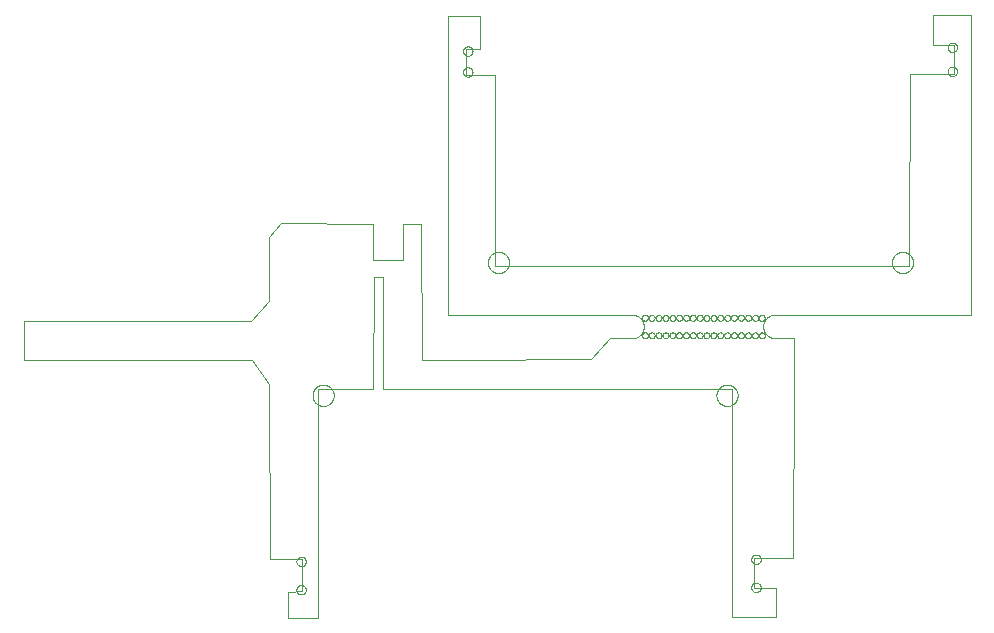
<source format=gbp>
G75*
%MOIN*%
%OFA0B0*%
%FSLAX25Y25*%
%IPPOS*%
%LPD*%
%AMOC8*
5,1,8,0,0,1.08239X$1,22.5*
%
%ADD10C,0.00004*%
%ADD11C,0.00000*%
D10*
X0083202Y0020583D02*
X0082929Y0078890D01*
X0076986Y0087044D01*
X0001002Y0086874D01*
X0001104Y0100001D01*
X0057883Y0099830D01*
X0076830Y0099977D01*
X0082822Y0106478D01*
X0082821Y0106477D02*
X0082847Y0127998D01*
X0086616Y0132487D01*
X0117286Y0132430D01*
X0117286Y0120173D01*
X0127589Y0120173D01*
X0127589Y0132178D01*
X0133527Y0132182D01*
X0133615Y0087052D01*
X0145636Y0087052D01*
X0145628Y0087052D02*
X0190098Y0087145D01*
X0196507Y0094247D01*
X0196508Y0094248D02*
X0203733Y0094192D01*
X0203722Y0094193D02*
X0203847Y0094194D01*
X0203972Y0094198D01*
X0204096Y0094206D01*
X0204220Y0094218D01*
X0204344Y0094234D01*
X0204467Y0094254D01*
X0204590Y0094278D01*
X0204712Y0094306D01*
X0204832Y0094337D01*
X0204952Y0094373D01*
X0205071Y0094412D01*
X0205188Y0094455D01*
X0205304Y0094502D01*
X0205418Y0094552D01*
X0205530Y0094606D01*
X0205641Y0094663D01*
X0205750Y0094724D01*
X0205857Y0094789D01*
X0205962Y0094856D01*
X0206065Y0094927D01*
X0206165Y0095002D01*
X0206263Y0095079D01*
X0206359Y0095159D01*
X0206451Y0095243D01*
X0206542Y0095329D01*
X0206629Y0095418D01*
X0206713Y0095510D01*
X0206795Y0095605D01*
X0206873Y0095702D01*
X0206949Y0095801D01*
X0207021Y0095903D01*
X0207090Y0096007D01*
X0207156Y0096113D01*
X0207218Y0096222D01*
X0207276Y0096332D01*
X0207332Y0096444D01*
X0207383Y0096557D01*
X0207431Y0096673D01*
X0207476Y0096789D01*
X0207516Y0096907D01*
X0207553Y0097027D01*
X0207586Y0097147D01*
X0207615Y0097268D01*
X0207640Y0097391D01*
X0207662Y0097514D01*
X0207679Y0097637D01*
X0207693Y0097761D01*
X0207703Y0097886D01*
X0207708Y0098011D01*
X0207710Y0098135D01*
X0207708Y0098260D01*
X0207702Y0098385D01*
X0207691Y0098509D01*
X0207677Y0098633D01*
X0207659Y0098757D01*
X0207637Y0098880D01*
X0207611Y0099002D01*
X0207582Y0099123D01*
X0207548Y0099243D01*
X0207511Y0099362D01*
X0207470Y0099480D01*
X0207425Y0099597D01*
X0207377Y0099712D01*
X0207325Y0099825D01*
X0207269Y0099937D01*
X0207210Y0100047D01*
X0207147Y0100155D01*
X0207081Y0100261D01*
X0207012Y0100365D01*
X0206939Y0100466D01*
X0206863Y0100565D01*
X0206784Y0100662D01*
X0206702Y0100756D01*
X0206617Y0100848D01*
X0206530Y0100937D01*
X0206439Y0101023D01*
X0206346Y0101106D01*
X0206250Y0101186D01*
X0206152Y0101263D01*
X0206051Y0101336D01*
X0205948Y0101407D01*
X0205843Y0101474D01*
X0205736Y0101538D01*
X0205627Y0101599D01*
X0205515Y0101656D01*
X0205403Y0101709D01*
X0205288Y0101759D01*
X0205172Y0101805D01*
X0205055Y0101847D01*
X0204936Y0101886D01*
X0204816Y0101921D01*
X0204695Y0101952D01*
X0204574Y0101979D01*
X0204451Y0102003D01*
X0204328Y0102022D01*
X0204204Y0102038D01*
X0204079Y0102049D01*
X0203955Y0102057D01*
X0203830Y0102061D01*
X0203829Y0102061D02*
X0196604Y0102117D01*
X0196568Y0102134D02*
X0142406Y0101948D01*
X0142406Y0125596D01*
X0142406Y0125595D02*
X0142385Y0184594D01*
X0142386Y0184588D02*
X0142386Y0201767D01*
X0153159Y0201767D01*
X0153041Y0190643D01*
X0148398Y0190525D01*
X0148516Y0181988D01*
X0158152Y0182106D01*
X0158154Y0182107D02*
X0158154Y0123176D01*
X0158153Y0123173D02*
X0158155Y0118265D01*
X0296118Y0118192D01*
X0296118Y0123717D01*
X0296119Y0123709D02*
X0296275Y0182335D01*
X0296277Y0182334D02*
X0311137Y0182319D01*
X0311162Y0191943D01*
X0304131Y0191959D01*
X0303989Y0201995D01*
X0316758Y0202023D01*
X0316763Y0202021D02*
X0316710Y0125987D01*
X0316710Y0125994D02*
X0316712Y0102071D01*
X0296116Y0102005D01*
X0254636Y0102060D01*
X0254643Y0102059D02*
X0251257Y0102059D01*
X0251263Y0102061D02*
X0251139Y0102054D01*
X0251016Y0102044D01*
X0250892Y0102030D01*
X0250770Y0102012D01*
X0250648Y0101990D01*
X0250527Y0101965D01*
X0250406Y0101935D01*
X0250287Y0101902D01*
X0250169Y0101864D01*
X0250052Y0101824D01*
X0249936Y0101779D01*
X0249822Y0101731D01*
X0249709Y0101679D01*
X0249598Y0101624D01*
X0249489Y0101565D01*
X0249382Y0101503D01*
X0249277Y0101437D01*
X0249174Y0101368D01*
X0249073Y0101296D01*
X0248975Y0101220D01*
X0248879Y0101142D01*
X0248785Y0101061D01*
X0248694Y0100976D01*
X0248606Y0100889D01*
X0248521Y0100799D01*
X0248439Y0100706D01*
X0248359Y0100611D01*
X0248283Y0100514D01*
X0248210Y0100414D01*
X0248140Y0100311D01*
X0248073Y0100207D01*
X0248010Y0100100D01*
X0247950Y0099992D01*
X0247893Y0099882D01*
X0247840Y0099769D01*
X0247791Y0099656D01*
X0247745Y0099541D01*
X0247703Y0099424D01*
X0247665Y0099306D01*
X0247630Y0099187D01*
X0247599Y0099067D01*
X0247573Y0098946D01*
X0247549Y0098824D01*
X0247530Y0098702D01*
X0247515Y0098579D01*
X0247503Y0098455D01*
X0247496Y0098332D01*
X0247492Y0098208D01*
X0247493Y0098084D01*
X0247497Y0097960D01*
X0247505Y0097836D01*
X0247517Y0097713D01*
X0247533Y0097590D01*
X0247553Y0097468D01*
X0247577Y0097346D01*
X0247605Y0097225D01*
X0247636Y0097105D01*
X0247671Y0096987D01*
X0247710Y0096869D01*
X0247753Y0096753D01*
X0247800Y0096638D01*
X0247850Y0096524D01*
X0247903Y0096412D01*
X0247960Y0096302D01*
X0248021Y0096194D01*
X0248085Y0096088D01*
X0248152Y0095984D01*
X0248223Y0095882D01*
X0248297Y0095783D01*
X0248373Y0095685D01*
X0248453Y0095591D01*
X0248536Y0095499D01*
X0248622Y0095409D01*
X0248711Y0095322D01*
X0248802Y0095239D01*
X0248896Y0095158D01*
X0248992Y0095080D01*
X0249091Y0095005D01*
X0249192Y0094933D01*
X0249296Y0094865D01*
X0249401Y0094800D01*
X0249509Y0094738D01*
X0249618Y0094680D01*
X0249729Y0094625D01*
X0249842Y0094574D01*
X0249957Y0094527D01*
X0250073Y0094483D01*
X0250190Y0094443D01*
X0250308Y0094406D01*
X0250428Y0094373D01*
X0250548Y0094345D01*
X0250670Y0094319D01*
X0250792Y0094298D01*
X0250915Y0094281D01*
X0251038Y0094268D01*
X0251161Y0094258D01*
X0251285Y0094253D01*
X0251409Y0094251D01*
X0251533Y0094253D01*
X0251521Y0094254D02*
X0257655Y0094249D01*
X0257706Y0079975D01*
X0257703Y0079986D02*
X0257429Y0020926D01*
X0257427Y0020927D02*
X0244592Y0020943D01*
X0244592Y0011089D01*
X0251623Y0011073D01*
X0251623Y0001463D01*
X0236945Y0001293D01*
X0236941Y0001295D02*
X0236993Y0077329D01*
X0120608Y0077334D01*
X0120711Y0114690D01*
X0117694Y0114722D01*
X0117591Y0077373D01*
X0117313Y0077373D01*
X0099266Y0077292D01*
X0099089Y0018293D01*
X0099088Y0018299D02*
X0099088Y0001120D01*
X0089221Y0001002D01*
X0089221Y0009761D01*
X0093864Y0009879D01*
X0093864Y0020584D01*
X0083205Y0020584D01*
D11*
X0091901Y0019802D02*
X0091903Y0019881D01*
X0091909Y0019960D01*
X0091919Y0020039D01*
X0091933Y0020117D01*
X0091950Y0020194D01*
X0091972Y0020270D01*
X0091997Y0020345D01*
X0092027Y0020418D01*
X0092059Y0020490D01*
X0092096Y0020561D01*
X0092136Y0020629D01*
X0092179Y0020695D01*
X0092225Y0020759D01*
X0092275Y0020821D01*
X0092328Y0020880D01*
X0092383Y0020936D01*
X0092442Y0020990D01*
X0092503Y0021040D01*
X0092566Y0021088D01*
X0092632Y0021132D01*
X0092700Y0021173D01*
X0092770Y0021210D01*
X0092841Y0021244D01*
X0092915Y0021274D01*
X0092989Y0021300D01*
X0093065Y0021322D01*
X0093142Y0021341D01*
X0093220Y0021356D01*
X0093298Y0021367D01*
X0093377Y0021374D01*
X0093456Y0021377D01*
X0093535Y0021376D01*
X0093614Y0021371D01*
X0093693Y0021362D01*
X0093771Y0021349D01*
X0093848Y0021332D01*
X0093925Y0021312D01*
X0094000Y0021287D01*
X0094074Y0021259D01*
X0094147Y0021227D01*
X0094217Y0021192D01*
X0094286Y0021153D01*
X0094353Y0021110D01*
X0094418Y0021064D01*
X0094480Y0021016D01*
X0094540Y0020964D01*
X0094597Y0020909D01*
X0094651Y0020851D01*
X0094702Y0020791D01*
X0094750Y0020728D01*
X0094795Y0020663D01*
X0094837Y0020595D01*
X0094875Y0020526D01*
X0094909Y0020455D01*
X0094940Y0020382D01*
X0094968Y0020307D01*
X0094991Y0020232D01*
X0095011Y0020155D01*
X0095027Y0020078D01*
X0095039Y0019999D01*
X0095047Y0019921D01*
X0095051Y0019842D01*
X0095051Y0019762D01*
X0095047Y0019683D01*
X0095039Y0019605D01*
X0095027Y0019526D01*
X0095011Y0019449D01*
X0094991Y0019372D01*
X0094968Y0019297D01*
X0094940Y0019222D01*
X0094909Y0019149D01*
X0094875Y0019078D01*
X0094837Y0019009D01*
X0094795Y0018941D01*
X0094750Y0018876D01*
X0094702Y0018813D01*
X0094651Y0018753D01*
X0094597Y0018695D01*
X0094540Y0018640D01*
X0094480Y0018588D01*
X0094418Y0018540D01*
X0094353Y0018494D01*
X0094286Y0018451D01*
X0094217Y0018412D01*
X0094147Y0018377D01*
X0094074Y0018345D01*
X0094000Y0018317D01*
X0093925Y0018292D01*
X0093848Y0018272D01*
X0093771Y0018255D01*
X0093693Y0018242D01*
X0093614Y0018233D01*
X0093535Y0018228D01*
X0093456Y0018227D01*
X0093377Y0018230D01*
X0093298Y0018237D01*
X0093220Y0018248D01*
X0093142Y0018263D01*
X0093065Y0018282D01*
X0092989Y0018304D01*
X0092915Y0018330D01*
X0092841Y0018360D01*
X0092770Y0018394D01*
X0092700Y0018431D01*
X0092632Y0018472D01*
X0092566Y0018516D01*
X0092503Y0018564D01*
X0092442Y0018614D01*
X0092383Y0018668D01*
X0092328Y0018724D01*
X0092275Y0018783D01*
X0092225Y0018845D01*
X0092179Y0018909D01*
X0092136Y0018975D01*
X0092096Y0019043D01*
X0092059Y0019114D01*
X0092027Y0019186D01*
X0091997Y0019259D01*
X0091972Y0019334D01*
X0091950Y0019410D01*
X0091933Y0019487D01*
X0091919Y0019565D01*
X0091909Y0019644D01*
X0091903Y0019723D01*
X0091901Y0019802D01*
X0091901Y0010404D02*
X0091903Y0010483D01*
X0091909Y0010562D01*
X0091919Y0010641D01*
X0091933Y0010719D01*
X0091950Y0010796D01*
X0091972Y0010872D01*
X0091997Y0010947D01*
X0092027Y0011020D01*
X0092059Y0011092D01*
X0092096Y0011163D01*
X0092136Y0011231D01*
X0092179Y0011297D01*
X0092225Y0011361D01*
X0092275Y0011423D01*
X0092328Y0011482D01*
X0092383Y0011538D01*
X0092442Y0011592D01*
X0092503Y0011642D01*
X0092566Y0011690D01*
X0092632Y0011734D01*
X0092700Y0011775D01*
X0092770Y0011812D01*
X0092841Y0011846D01*
X0092915Y0011876D01*
X0092989Y0011902D01*
X0093065Y0011924D01*
X0093142Y0011943D01*
X0093220Y0011958D01*
X0093298Y0011969D01*
X0093377Y0011976D01*
X0093456Y0011979D01*
X0093535Y0011978D01*
X0093614Y0011973D01*
X0093693Y0011964D01*
X0093771Y0011951D01*
X0093848Y0011934D01*
X0093925Y0011914D01*
X0094000Y0011889D01*
X0094074Y0011861D01*
X0094147Y0011829D01*
X0094217Y0011794D01*
X0094286Y0011755D01*
X0094353Y0011712D01*
X0094418Y0011666D01*
X0094480Y0011618D01*
X0094540Y0011566D01*
X0094597Y0011511D01*
X0094651Y0011453D01*
X0094702Y0011393D01*
X0094750Y0011330D01*
X0094795Y0011265D01*
X0094837Y0011197D01*
X0094875Y0011128D01*
X0094909Y0011057D01*
X0094940Y0010984D01*
X0094968Y0010909D01*
X0094991Y0010834D01*
X0095011Y0010757D01*
X0095027Y0010680D01*
X0095039Y0010601D01*
X0095047Y0010523D01*
X0095051Y0010444D01*
X0095051Y0010364D01*
X0095047Y0010285D01*
X0095039Y0010207D01*
X0095027Y0010128D01*
X0095011Y0010051D01*
X0094991Y0009974D01*
X0094968Y0009899D01*
X0094940Y0009824D01*
X0094909Y0009751D01*
X0094875Y0009680D01*
X0094837Y0009611D01*
X0094795Y0009543D01*
X0094750Y0009478D01*
X0094702Y0009415D01*
X0094651Y0009355D01*
X0094597Y0009297D01*
X0094540Y0009242D01*
X0094480Y0009190D01*
X0094418Y0009142D01*
X0094353Y0009096D01*
X0094286Y0009053D01*
X0094217Y0009014D01*
X0094147Y0008979D01*
X0094074Y0008947D01*
X0094000Y0008919D01*
X0093925Y0008894D01*
X0093848Y0008874D01*
X0093771Y0008857D01*
X0093693Y0008844D01*
X0093614Y0008835D01*
X0093535Y0008830D01*
X0093456Y0008829D01*
X0093377Y0008832D01*
X0093298Y0008839D01*
X0093220Y0008850D01*
X0093142Y0008865D01*
X0093065Y0008884D01*
X0092989Y0008906D01*
X0092915Y0008932D01*
X0092841Y0008962D01*
X0092770Y0008996D01*
X0092700Y0009033D01*
X0092632Y0009074D01*
X0092566Y0009118D01*
X0092503Y0009166D01*
X0092442Y0009216D01*
X0092383Y0009270D01*
X0092328Y0009326D01*
X0092275Y0009385D01*
X0092225Y0009447D01*
X0092179Y0009511D01*
X0092136Y0009577D01*
X0092096Y0009645D01*
X0092059Y0009716D01*
X0092027Y0009788D01*
X0091997Y0009861D01*
X0091972Y0009936D01*
X0091950Y0010012D01*
X0091933Y0010089D01*
X0091919Y0010167D01*
X0091909Y0010246D01*
X0091903Y0010325D01*
X0091901Y0010404D01*
X0097271Y0075187D02*
X0097273Y0075305D01*
X0097279Y0075424D01*
X0097289Y0075542D01*
X0097303Y0075659D01*
X0097320Y0075776D01*
X0097342Y0075893D01*
X0097368Y0076008D01*
X0097397Y0076123D01*
X0097430Y0076237D01*
X0097467Y0076349D01*
X0097508Y0076460D01*
X0097552Y0076570D01*
X0097600Y0076678D01*
X0097652Y0076785D01*
X0097707Y0076890D01*
X0097766Y0076993D01*
X0097828Y0077093D01*
X0097893Y0077192D01*
X0097962Y0077289D01*
X0098033Y0077383D01*
X0098108Y0077474D01*
X0098186Y0077564D01*
X0098267Y0077650D01*
X0098351Y0077734D01*
X0098437Y0077815D01*
X0098527Y0077893D01*
X0098618Y0077968D01*
X0098712Y0078039D01*
X0098809Y0078108D01*
X0098908Y0078173D01*
X0099008Y0078235D01*
X0099111Y0078294D01*
X0099216Y0078349D01*
X0099323Y0078401D01*
X0099431Y0078449D01*
X0099541Y0078493D01*
X0099652Y0078534D01*
X0099764Y0078571D01*
X0099878Y0078604D01*
X0099993Y0078633D01*
X0100108Y0078659D01*
X0100225Y0078681D01*
X0100342Y0078698D01*
X0100459Y0078712D01*
X0100577Y0078722D01*
X0100696Y0078728D01*
X0100814Y0078730D01*
X0100932Y0078728D01*
X0101051Y0078722D01*
X0101169Y0078712D01*
X0101286Y0078698D01*
X0101403Y0078681D01*
X0101520Y0078659D01*
X0101635Y0078633D01*
X0101750Y0078604D01*
X0101864Y0078571D01*
X0101976Y0078534D01*
X0102087Y0078493D01*
X0102197Y0078449D01*
X0102305Y0078401D01*
X0102412Y0078349D01*
X0102517Y0078294D01*
X0102620Y0078235D01*
X0102720Y0078173D01*
X0102819Y0078108D01*
X0102916Y0078039D01*
X0103010Y0077968D01*
X0103101Y0077893D01*
X0103191Y0077815D01*
X0103277Y0077734D01*
X0103361Y0077650D01*
X0103442Y0077564D01*
X0103520Y0077474D01*
X0103595Y0077383D01*
X0103666Y0077289D01*
X0103735Y0077192D01*
X0103800Y0077093D01*
X0103862Y0076993D01*
X0103921Y0076890D01*
X0103976Y0076785D01*
X0104028Y0076678D01*
X0104076Y0076570D01*
X0104120Y0076460D01*
X0104161Y0076349D01*
X0104198Y0076237D01*
X0104231Y0076123D01*
X0104260Y0076008D01*
X0104286Y0075893D01*
X0104308Y0075776D01*
X0104325Y0075659D01*
X0104339Y0075542D01*
X0104349Y0075424D01*
X0104355Y0075305D01*
X0104357Y0075187D01*
X0104355Y0075069D01*
X0104349Y0074950D01*
X0104339Y0074832D01*
X0104325Y0074715D01*
X0104308Y0074598D01*
X0104286Y0074481D01*
X0104260Y0074366D01*
X0104231Y0074251D01*
X0104198Y0074137D01*
X0104161Y0074025D01*
X0104120Y0073914D01*
X0104076Y0073804D01*
X0104028Y0073696D01*
X0103976Y0073589D01*
X0103921Y0073484D01*
X0103862Y0073381D01*
X0103800Y0073281D01*
X0103735Y0073182D01*
X0103666Y0073085D01*
X0103595Y0072991D01*
X0103520Y0072900D01*
X0103442Y0072810D01*
X0103361Y0072724D01*
X0103277Y0072640D01*
X0103191Y0072559D01*
X0103101Y0072481D01*
X0103010Y0072406D01*
X0102916Y0072335D01*
X0102819Y0072266D01*
X0102720Y0072201D01*
X0102620Y0072139D01*
X0102517Y0072080D01*
X0102412Y0072025D01*
X0102305Y0071973D01*
X0102197Y0071925D01*
X0102087Y0071881D01*
X0101976Y0071840D01*
X0101864Y0071803D01*
X0101750Y0071770D01*
X0101635Y0071741D01*
X0101520Y0071715D01*
X0101403Y0071693D01*
X0101286Y0071676D01*
X0101169Y0071662D01*
X0101051Y0071652D01*
X0100932Y0071646D01*
X0100814Y0071644D01*
X0100696Y0071646D01*
X0100577Y0071652D01*
X0100459Y0071662D01*
X0100342Y0071676D01*
X0100225Y0071693D01*
X0100108Y0071715D01*
X0099993Y0071741D01*
X0099878Y0071770D01*
X0099764Y0071803D01*
X0099652Y0071840D01*
X0099541Y0071881D01*
X0099431Y0071925D01*
X0099323Y0071973D01*
X0099216Y0072025D01*
X0099111Y0072080D01*
X0099008Y0072139D01*
X0098908Y0072201D01*
X0098809Y0072266D01*
X0098712Y0072335D01*
X0098618Y0072406D01*
X0098527Y0072481D01*
X0098437Y0072559D01*
X0098351Y0072640D01*
X0098267Y0072724D01*
X0098186Y0072810D01*
X0098108Y0072900D01*
X0098033Y0072991D01*
X0097962Y0073085D01*
X0097893Y0073182D01*
X0097828Y0073281D01*
X0097766Y0073381D01*
X0097707Y0073484D01*
X0097652Y0073589D01*
X0097600Y0073696D01*
X0097552Y0073804D01*
X0097508Y0073914D01*
X0097467Y0074025D01*
X0097430Y0074137D01*
X0097397Y0074251D01*
X0097368Y0074366D01*
X0097342Y0074481D01*
X0097320Y0074598D01*
X0097303Y0074715D01*
X0097289Y0074832D01*
X0097279Y0074950D01*
X0097273Y0075069D01*
X0097271Y0075187D01*
X0155735Y0119478D02*
X0155737Y0119596D01*
X0155743Y0119715D01*
X0155753Y0119833D01*
X0155767Y0119950D01*
X0155784Y0120067D01*
X0155806Y0120184D01*
X0155832Y0120299D01*
X0155861Y0120414D01*
X0155894Y0120528D01*
X0155931Y0120640D01*
X0155972Y0120751D01*
X0156016Y0120861D01*
X0156064Y0120969D01*
X0156116Y0121076D01*
X0156171Y0121181D01*
X0156230Y0121284D01*
X0156292Y0121384D01*
X0156357Y0121483D01*
X0156426Y0121580D01*
X0156497Y0121674D01*
X0156572Y0121765D01*
X0156650Y0121855D01*
X0156731Y0121941D01*
X0156815Y0122025D01*
X0156901Y0122106D01*
X0156991Y0122184D01*
X0157082Y0122259D01*
X0157176Y0122330D01*
X0157273Y0122399D01*
X0157372Y0122464D01*
X0157472Y0122526D01*
X0157575Y0122585D01*
X0157680Y0122640D01*
X0157787Y0122692D01*
X0157895Y0122740D01*
X0158005Y0122784D01*
X0158116Y0122825D01*
X0158228Y0122862D01*
X0158342Y0122895D01*
X0158457Y0122924D01*
X0158572Y0122950D01*
X0158689Y0122972D01*
X0158806Y0122989D01*
X0158923Y0123003D01*
X0159041Y0123013D01*
X0159160Y0123019D01*
X0159278Y0123021D01*
X0159396Y0123019D01*
X0159515Y0123013D01*
X0159633Y0123003D01*
X0159750Y0122989D01*
X0159867Y0122972D01*
X0159984Y0122950D01*
X0160099Y0122924D01*
X0160214Y0122895D01*
X0160328Y0122862D01*
X0160440Y0122825D01*
X0160551Y0122784D01*
X0160661Y0122740D01*
X0160769Y0122692D01*
X0160876Y0122640D01*
X0160981Y0122585D01*
X0161084Y0122526D01*
X0161184Y0122464D01*
X0161283Y0122399D01*
X0161380Y0122330D01*
X0161474Y0122259D01*
X0161565Y0122184D01*
X0161655Y0122106D01*
X0161741Y0122025D01*
X0161825Y0121941D01*
X0161906Y0121855D01*
X0161984Y0121765D01*
X0162059Y0121674D01*
X0162130Y0121580D01*
X0162199Y0121483D01*
X0162264Y0121384D01*
X0162326Y0121284D01*
X0162385Y0121181D01*
X0162440Y0121076D01*
X0162492Y0120969D01*
X0162540Y0120861D01*
X0162584Y0120751D01*
X0162625Y0120640D01*
X0162662Y0120528D01*
X0162695Y0120414D01*
X0162724Y0120299D01*
X0162750Y0120184D01*
X0162772Y0120067D01*
X0162789Y0119950D01*
X0162803Y0119833D01*
X0162813Y0119715D01*
X0162819Y0119596D01*
X0162821Y0119478D01*
X0162819Y0119360D01*
X0162813Y0119241D01*
X0162803Y0119123D01*
X0162789Y0119006D01*
X0162772Y0118889D01*
X0162750Y0118772D01*
X0162724Y0118657D01*
X0162695Y0118542D01*
X0162662Y0118428D01*
X0162625Y0118316D01*
X0162584Y0118205D01*
X0162540Y0118095D01*
X0162492Y0117987D01*
X0162440Y0117880D01*
X0162385Y0117775D01*
X0162326Y0117672D01*
X0162264Y0117572D01*
X0162199Y0117473D01*
X0162130Y0117376D01*
X0162059Y0117282D01*
X0161984Y0117191D01*
X0161906Y0117101D01*
X0161825Y0117015D01*
X0161741Y0116931D01*
X0161655Y0116850D01*
X0161565Y0116772D01*
X0161474Y0116697D01*
X0161380Y0116626D01*
X0161283Y0116557D01*
X0161184Y0116492D01*
X0161084Y0116430D01*
X0160981Y0116371D01*
X0160876Y0116316D01*
X0160769Y0116264D01*
X0160661Y0116216D01*
X0160551Y0116172D01*
X0160440Y0116131D01*
X0160328Y0116094D01*
X0160214Y0116061D01*
X0160099Y0116032D01*
X0159984Y0116006D01*
X0159867Y0115984D01*
X0159750Y0115967D01*
X0159633Y0115953D01*
X0159515Y0115943D01*
X0159396Y0115937D01*
X0159278Y0115935D01*
X0159160Y0115937D01*
X0159041Y0115943D01*
X0158923Y0115953D01*
X0158806Y0115967D01*
X0158689Y0115984D01*
X0158572Y0116006D01*
X0158457Y0116032D01*
X0158342Y0116061D01*
X0158228Y0116094D01*
X0158116Y0116131D01*
X0158005Y0116172D01*
X0157895Y0116216D01*
X0157787Y0116264D01*
X0157680Y0116316D01*
X0157575Y0116371D01*
X0157472Y0116430D01*
X0157372Y0116492D01*
X0157273Y0116557D01*
X0157176Y0116626D01*
X0157082Y0116697D01*
X0156991Y0116772D01*
X0156901Y0116850D01*
X0156815Y0116931D01*
X0156731Y0117015D01*
X0156650Y0117101D01*
X0156572Y0117191D01*
X0156497Y0117282D01*
X0156426Y0117376D01*
X0156357Y0117473D01*
X0156292Y0117572D01*
X0156230Y0117672D01*
X0156171Y0117775D01*
X0156116Y0117880D01*
X0156064Y0117987D01*
X0156016Y0118095D01*
X0155972Y0118205D01*
X0155931Y0118316D01*
X0155894Y0118428D01*
X0155861Y0118542D01*
X0155832Y0118657D01*
X0155806Y0118772D01*
X0155784Y0118889D01*
X0155767Y0119006D01*
X0155753Y0119123D01*
X0155743Y0119241D01*
X0155737Y0119360D01*
X0155735Y0119478D01*
X0207091Y0101027D02*
X0207093Y0101089D01*
X0207099Y0101152D01*
X0207109Y0101213D01*
X0207123Y0101274D01*
X0207140Y0101334D01*
X0207161Y0101393D01*
X0207187Y0101450D01*
X0207215Y0101505D01*
X0207247Y0101559D01*
X0207283Y0101610D01*
X0207321Y0101660D01*
X0207363Y0101706D01*
X0207407Y0101750D01*
X0207455Y0101791D01*
X0207504Y0101829D01*
X0207556Y0101863D01*
X0207610Y0101894D01*
X0207666Y0101922D01*
X0207724Y0101946D01*
X0207783Y0101967D01*
X0207843Y0101983D01*
X0207904Y0101996D01*
X0207966Y0102005D01*
X0208028Y0102010D01*
X0208091Y0102011D01*
X0208153Y0102008D01*
X0208215Y0102001D01*
X0208277Y0101990D01*
X0208337Y0101975D01*
X0208397Y0101957D01*
X0208455Y0101935D01*
X0208512Y0101909D01*
X0208567Y0101879D01*
X0208620Y0101846D01*
X0208671Y0101810D01*
X0208719Y0101771D01*
X0208765Y0101728D01*
X0208808Y0101683D01*
X0208848Y0101635D01*
X0208885Y0101585D01*
X0208919Y0101532D01*
X0208950Y0101478D01*
X0208976Y0101422D01*
X0209000Y0101364D01*
X0209019Y0101304D01*
X0209035Y0101244D01*
X0209047Y0101182D01*
X0209055Y0101121D01*
X0209059Y0101058D01*
X0209059Y0100996D01*
X0209055Y0100933D01*
X0209047Y0100872D01*
X0209035Y0100810D01*
X0209019Y0100750D01*
X0209000Y0100690D01*
X0208976Y0100632D01*
X0208950Y0100576D01*
X0208919Y0100522D01*
X0208885Y0100469D01*
X0208848Y0100419D01*
X0208808Y0100371D01*
X0208765Y0100326D01*
X0208719Y0100283D01*
X0208671Y0100244D01*
X0208620Y0100208D01*
X0208567Y0100175D01*
X0208512Y0100145D01*
X0208455Y0100119D01*
X0208397Y0100097D01*
X0208337Y0100079D01*
X0208277Y0100064D01*
X0208215Y0100053D01*
X0208153Y0100046D01*
X0208091Y0100043D01*
X0208028Y0100044D01*
X0207966Y0100049D01*
X0207904Y0100058D01*
X0207843Y0100071D01*
X0207783Y0100087D01*
X0207724Y0100108D01*
X0207666Y0100132D01*
X0207610Y0100160D01*
X0207556Y0100191D01*
X0207504Y0100225D01*
X0207455Y0100263D01*
X0207407Y0100304D01*
X0207363Y0100348D01*
X0207321Y0100394D01*
X0207283Y0100444D01*
X0207247Y0100495D01*
X0207215Y0100549D01*
X0207187Y0100604D01*
X0207161Y0100661D01*
X0207140Y0100720D01*
X0207123Y0100780D01*
X0207109Y0100841D01*
X0207099Y0100902D01*
X0207093Y0100965D01*
X0207091Y0101027D01*
X0209342Y0101027D02*
X0209344Y0101089D01*
X0209350Y0101152D01*
X0209360Y0101213D01*
X0209374Y0101274D01*
X0209391Y0101334D01*
X0209412Y0101393D01*
X0209438Y0101450D01*
X0209466Y0101505D01*
X0209498Y0101559D01*
X0209534Y0101610D01*
X0209572Y0101660D01*
X0209614Y0101706D01*
X0209658Y0101750D01*
X0209706Y0101791D01*
X0209755Y0101829D01*
X0209807Y0101863D01*
X0209861Y0101894D01*
X0209917Y0101922D01*
X0209975Y0101946D01*
X0210034Y0101967D01*
X0210094Y0101983D01*
X0210155Y0101996D01*
X0210217Y0102005D01*
X0210279Y0102010D01*
X0210342Y0102011D01*
X0210404Y0102008D01*
X0210466Y0102001D01*
X0210528Y0101990D01*
X0210588Y0101975D01*
X0210648Y0101957D01*
X0210706Y0101935D01*
X0210763Y0101909D01*
X0210818Y0101879D01*
X0210871Y0101846D01*
X0210922Y0101810D01*
X0210970Y0101771D01*
X0211016Y0101728D01*
X0211059Y0101683D01*
X0211099Y0101635D01*
X0211136Y0101585D01*
X0211170Y0101532D01*
X0211201Y0101478D01*
X0211227Y0101422D01*
X0211251Y0101364D01*
X0211270Y0101304D01*
X0211286Y0101244D01*
X0211298Y0101182D01*
X0211306Y0101121D01*
X0211310Y0101058D01*
X0211310Y0100996D01*
X0211306Y0100933D01*
X0211298Y0100872D01*
X0211286Y0100810D01*
X0211270Y0100750D01*
X0211251Y0100690D01*
X0211227Y0100632D01*
X0211201Y0100576D01*
X0211170Y0100522D01*
X0211136Y0100469D01*
X0211099Y0100419D01*
X0211059Y0100371D01*
X0211016Y0100326D01*
X0210970Y0100283D01*
X0210922Y0100244D01*
X0210871Y0100208D01*
X0210818Y0100175D01*
X0210763Y0100145D01*
X0210706Y0100119D01*
X0210648Y0100097D01*
X0210588Y0100079D01*
X0210528Y0100064D01*
X0210466Y0100053D01*
X0210404Y0100046D01*
X0210342Y0100043D01*
X0210279Y0100044D01*
X0210217Y0100049D01*
X0210155Y0100058D01*
X0210094Y0100071D01*
X0210034Y0100087D01*
X0209975Y0100108D01*
X0209917Y0100132D01*
X0209861Y0100160D01*
X0209807Y0100191D01*
X0209755Y0100225D01*
X0209706Y0100263D01*
X0209658Y0100304D01*
X0209614Y0100348D01*
X0209572Y0100394D01*
X0209534Y0100444D01*
X0209498Y0100495D01*
X0209466Y0100549D01*
X0209438Y0100604D01*
X0209412Y0100661D01*
X0209391Y0100720D01*
X0209374Y0100780D01*
X0209360Y0100841D01*
X0209350Y0100902D01*
X0209344Y0100965D01*
X0209342Y0101027D01*
X0211659Y0101027D02*
X0211661Y0101089D01*
X0211667Y0101152D01*
X0211677Y0101213D01*
X0211691Y0101274D01*
X0211708Y0101334D01*
X0211729Y0101393D01*
X0211755Y0101450D01*
X0211783Y0101505D01*
X0211815Y0101559D01*
X0211851Y0101610D01*
X0211889Y0101660D01*
X0211931Y0101706D01*
X0211975Y0101750D01*
X0212023Y0101791D01*
X0212072Y0101829D01*
X0212124Y0101863D01*
X0212178Y0101894D01*
X0212234Y0101922D01*
X0212292Y0101946D01*
X0212351Y0101967D01*
X0212411Y0101983D01*
X0212472Y0101996D01*
X0212534Y0102005D01*
X0212596Y0102010D01*
X0212659Y0102011D01*
X0212721Y0102008D01*
X0212783Y0102001D01*
X0212845Y0101990D01*
X0212905Y0101975D01*
X0212965Y0101957D01*
X0213023Y0101935D01*
X0213080Y0101909D01*
X0213135Y0101879D01*
X0213188Y0101846D01*
X0213239Y0101810D01*
X0213287Y0101771D01*
X0213333Y0101728D01*
X0213376Y0101683D01*
X0213416Y0101635D01*
X0213453Y0101585D01*
X0213487Y0101532D01*
X0213518Y0101478D01*
X0213544Y0101422D01*
X0213568Y0101364D01*
X0213587Y0101304D01*
X0213603Y0101244D01*
X0213615Y0101182D01*
X0213623Y0101121D01*
X0213627Y0101058D01*
X0213627Y0100996D01*
X0213623Y0100933D01*
X0213615Y0100872D01*
X0213603Y0100810D01*
X0213587Y0100750D01*
X0213568Y0100690D01*
X0213544Y0100632D01*
X0213518Y0100576D01*
X0213487Y0100522D01*
X0213453Y0100469D01*
X0213416Y0100419D01*
X0213376Y0100371D01*
X0213333Y0100326D01*
X0213287Y0100283D01*
X0213239Y0100244D01*
X0213188Y0100208D01*
X0213135Y0100175D01*
X0213080Y0100145D01*
X0213023Y0100119D01*
X0212965Y0100097D01*
X0212905Y0100079D01*
X0212845Y0100064D01*
X0212783Y0100053D01*
X0212721Y0100046D01*
X0212659Y0100043D01*
X0212596Y0100044D01*
X0212534Y0100049D01*
X0212472Y0100058D01*
X0212411Y0100071D01*
X0212351Y0100087D01*
X0212292Y0100108D01*
X0212234Y0100132D01*
X0212178Y0100160D01*
X0212124Y0100191D01*
X0212072Y0100225D01*
X0212023Y0100263D01*
X0211975Y0100304D01*
X0211931Y0100348D01*
X0211889Y0100394D01*
X0211851Y0100444D01*
X0211815Y0100495D01*
X0211783Y0100549D01*
X0211755Y0100604D01*
X0211729Y0100661D01*
X0211708Y0100720D01*
X0211691Y0100780D01*
X0211677Y0100841D01*
X0211667Y0100902D01*
X0211661Y0100965D01*
X0211659Y0101027D01*
X0213936Y0101027D02*
X0213938Y0101089D01*
X0213944Y0101152D01*
X0213954Y0101213D01*
X0213968Y0101274D01*
X0213985Y0101334D01*
X0214006Y0101393D01*
X0214032Y0101450D01*
X0214060Y0101505D01*
X0214092Y0101559D01*
X0214128Y0101610D01*
X0214166Y0101660D01*
X0214208Y0101706D01*
X0214252Y0101750D01*
X0214300Y0101791D01*
X0214349Y0101829D01*
X0214401Y0101863D01*
X0214455Y0101894D01*
X0214511Y0101922D01*
X0214569Y0101946D01*
X0214628Y0101967D01*
X0214688Y0101983D01*
X0214749Y0101996D01*
X0214811Y0102005D01*
X0214873Y0102010D01*
X0214936Y0102011D01*
X0214998Y0102008D01*
X0215060Y0102001D01*
X0215122Y0101990D01*
X0215182Y0101975D01*
X0215242Y0101957D01*
X0215300Y0101935D01*
X0215357Y0101909D01*
X0215412Y0101879D01*
X0215465Y0101846D01*
X0215516Y0101810D01*
X0215564Y0101771D01*
X0215610Y0101728D01*
X0215653Y0101683D01*
X0215693Y0101635D01*
X0215730Y0101585D01*
X0215764Y0101532D01*
X0215795Y0101478D01*
X0215821Y0101422D01*
X0215845Y0101364D01*
X0215864Y0101304D01*
X0215880Y0101244D01*
X0215892Y0101182D01*
X0215900Y0101121D01*
X0215904Y0101058D01*
X0215904Y0100996D01*
X0215900Y0100933D01*
X0215892Y0100872D01*
X0215880Y0100810D01*
X0215864Y0100750D01*
X0215845Y0100690D01*
X0215821Y0100632D01*
X0215795Y0100576D01*
X0215764Y0100522D01*
X0215730Y0100469D01*
X0215693Y0100419D01*
X0215653Y0100371D01*
X0215610Y0100326D01*
X0215564Y0100283D01*
X0215516Y0100244D01*
X0215465Y0100208D01*
X0215412Y0100175D01*
X0215357Y0100145D01*
X0215300Y0100119D01*
X0215242Y0100097D01*
X0215182Y0100079D01*
X0215122Y0100064D01*
X0215060Y0100053D01*
X0214998Y0100046D01*
X0214936Y0100043D01*
X0214873Y0100044D01*
X0214811Y0100049D01*
X0214749Y0100058D01*
X0214688Y0100071D01*
X0214628Y0100087D01*
X0214569Y0100108D01*
X0214511Y0100132D01*
X0214455Y0100160D01*
X0214401Y0100191D01*
X0214349Y0100225D01*
X0214300Y0100263D01*
X0214252Y0100304D01*
X0214208Y0100348D01*
X0214166Y0100394D01*
X0214128Y0100444D01*
X0214092Y0100495D01*
X0214060Y0100549D01*
X0214032Y0100604D01*
X0214006Y0100661D01*
X0213985Y0100720D01*
X0213968Y0100780D01*
X0213954Y0100841D01*
X0213944Y0100902D01*
X0213938Y0100965D01*
X0213936Y0101027D01*
X0216253Y0101027D02*
X0216255Y0101089D01*
X0216261Y0101152D01*
X0216271Y0101213D01*
X0216285Y0101274D01*
X0216302Y0101334D01*
X0216323Y0101393D01*
X0216349Y0101450D01*
X0216377Y0101505D01*
X0216409Y0101559D01*
X0216445Y0101610D01*
X0216483Y0101660D01*
X0216525Y0101706D01*
X0216569Y0101750D01*
X0216617Y0101791D01*
X0216666Y0101829D01*
X0216718Y0101863D01*
X0216772Y0101894D01*
X0216828Y0101922D01*
X0216886Y0101946D01*
X0216945Y0101967D01*
X0217005Y0101983D01*
X0217066Y0101996D01*
X0217128Y0102005D01*
X0217190Y0102010D01*
X0217253Y0102011D01*
X0217315Y0102008D01*
X0217377Y0102001D01*
X0217439Y0101990D01*
X0217499Y0101975D01*
X0217559Y0101957D01*
X0217617Y0101935D01*
X0217674Y0101909D01*
X0217729Y0101879D01*
X0217782Y0101846D01*
X0217833Y0101810D01*
X0217881Y0101771D01*
X0217927Y0101728D01*
X0217970Y0101683D01*
X0218010Y0101635D01*
X0218047Y0101585D01*
X0218081Y0101532D01*
X0218112Y0101478D01*
X0218138Y0101422D01*
X0218162Y0101364D01*
X0218181Y0101304D01*
X0218197Y0101244D01*
X0218209Y0101182D01*
X0218217Y0101121D01*
X0218221Y0101058D01*
X0218221Y0100996D01*
X0218217Y0100933D01*
X0218209Y0100872D01*
X0218197Y0100810D01*
X0218181Y0100750D01*
X0218162Y0100690D01*
X0218138Y0100632D01*
X0218112Y0100576D01*
X0218081Y0100522D01*
X0218047Y0100469D01*
X0218010Y0100419D01*
X0217970Y0100371D01*
X0217927Y0100326D01*
X0217881Y0100283D01*
X0217833Y0100244D01*
X0217782Y0100208D01*
X0217729Y0100175D01*
X0217674Y0100145D01*
X0217617Y0100119D01*
X0217559Y0100097D01*
X0217499Y0100079D01*
X0217439Y0100064D01*
X0217377Y0100053D01*
X0217315Y0100046D01*
X0217253Y0100043D01*
X0217190Y0100044D01*
X0217128Y0100049D01*
X0217066Y0100058D01*
X0217005Y0100071D01*
X0216945Y0100087D01*
X0216886Y0100108D01*
X0216828Y0100132D01*
X0216772Y0100160D01*
X0216718Y0100191D01*
X0216666Y0100225D01*
X0216617Y0100263D01*
X0216569Y0100304D01*
X0216525Y0100348D01*
X0216483Y0100394D01*
X0216445Y0100444D01*
X0216409Y0100495D01*
X0216377Y0100549D01*
X0216349Y0100604D01*
X0216323Y0100661D01*
X0216302Y0100720D01*
X0216285Y0100780D01*
X0216271Y0100841D01*
X0216261Y0100902D01*
X0216255Y0100965D01*
X0216253Y0101027D01*
X0218504Y0101027D02*
X0218506Y0101089D01*
X0218512Y0101152D01*
X0218522Y0101213D01*
X0218536Y0101274D01*
X0218553Y0101334D01*
X0218574Y0101393D01*
X0218600Y0101450D01*
X0218628Y0101505D01*
X0218660Y0101559D01*
X0218696Y0101610D01*
X0218734Y0101660D01*
X0218776Y0101706D01*
X0218820Y0101750D01*
X0218868Y0101791D01*
X0218917Y0101829D01*
X0218969Y0101863D01*
X0219023Y0101894D01*
X0219079Y0101922D01*
X0219137Y0101946D01*
X0219196Y0101967D01*
X0219256Y0101983D01*
X0219317Y0101996D01*
X0219379Y0102005D01*
X0219441Y0102010D01*
X0219504Y0102011D01*
X0219566Y0102008D01*
X0219628Y0102001D01*
X0219690Y0101990D01*
X0219750Y0101975D01*
X0219810Y0101957D01*
X0219868Y0101935D01*
X0219925Y0101909D01*
X0219980Y0101879D01*
X0220033Y0101846D01*
X0220084Y0101810D01*
X0220132Y0101771D01*
X0220178Y0101728D01*
X0220221Y0101683D01*
X0220261Y0101635D01*
X0220298Y0101585D01*
X0220332Y0101532D01*
X0220363Y0101478D01*
X0220389Y0101422D01*
X0220413Y0101364D01*
X0220432Y0101304D01*
X0220448Y0101244D01*
X0220460Y0101182D01*
X0220468Y0101121D01*
X0220472Y0101058D01*
X0220472Y0100996D01*
X0220468Y0100933D01*
X0220460Y0100872D01*
X0220448Y0100810D01*
X0220432Y0100750D01*
X0220413Y0100690D01*
X0220389Y0100632D01*
X0220363Y0100576D01*
X0220332Y0100522D01*
X0220298Y0100469D01*
X0220261Y0100419D01*
X0220221Y0100371D01*
X0220178Y0100326D01*
X0220132Y0100283D01*
X0220084Y0100244D01*
X0220033Y0100208D01*
X0219980Y0100175D01*
X0219925Y0100145D01*
X0219868Y0100119D01*
X0219810Y0100097D01*
X0219750Y0100079D01*
X0219690Y0100064D01*
X0219628Y0100053D01*
X0219566Y0100046D01*
X0219504Y0100043D01*
X0219441Y0100044D01*
X0219379Y0100049D01*
X0219317Y0100058D01*
X0219256Y0100071D01*
X0219196Y0100087D01*
X0219137Y0100108D01*
X0219079Y0100132D01*
X0219023Y0100160D01*
X0218969Y0100191D01*
X0218917Y0100225D01*
X0218868Y0100263D01*
X0218820Y0100304D01*
X0218776Y0100348D01*
X0218734Y0100394D01*
X0218696Y0100444D01*
X0218660Y0100495D01*
X0218628Y0100549D01*
X0218600Y0100604D01*
X0218574Y0100661D01*
X0218553Y0100720D01*
X0218536Y0100780D01*
X0218522Y0100841D01*
X0218512Y0100902D01*
X0218506Y0100965D01*
X0218504Y0101027D01*
X0220820Y0101027D02*
X0220822Y0101089D01*
X0220828Y0101152D01*
X0220838Y0101213D01*
X0220852Y0101274D01*
X0220869Y0101334D01*
X0220890Y0101393D01*
X0220916Y0101450D01*
X0220944Y0101505D01*
X0220976Y0101559D01*
X0221012Y0101610D01*
X0221050Y0101660D01*
X0221092Y0101706D01*
X0221136Y0101750D01*
X0221184Y0101791D01*
X0221233Y0101829D01*
X0221285Y0101863D01*
X0221339Y0101894D01*
X0221395Y0101922D01*
X0221453Y0101946D01*
X0221512Y0101967D01*
X0221572Y0101983D01*
X0221633Y0101996D01*
X0221695Y0102005D01*
X0221757Y0102010D01*
X0221820Y0102011D01*
X0221882Y0102008D01*
X0221944Y0102001D01*
X0222006Y0101990D01*
X0222066Y0101975D01*
X0222126Y0101957D01*
X0222184Y0101935D01*
X0222241Y0101909D01*
X0222296Y0101879D01*
X0222349Y0101846D01*
X0222400Y0101810D01*
X0222448Y0101771D01*
X0222494Y0101728D01*
X0222537Y0101683D01*
X0222577Y0101635D01*
X0222614Y0101585D01*
X0222648Y0101532D01*
X0222679Y0101478D01*
X0222705Y0101422D01*
X0222729Y0101364D01*
X0222748Y0101304D01*
X0222764Y0101244D01*
X0222776Y0101182D01*
X0222784Y0101121D01*
X0222788Y0101058D01*
X0222788Y0100996D01*
X0222784Y0100933D01*
X0222776Y0100872D01*
X0222764Y0100810D01*
X0222748Y0100750D01*
X0222729Y0100690D01*
X0222705Y0100632D01*
X0222679Y0100576D01*
X0222648Y0100522D01*
X0222614Y0100469D01*
X0222577Y0100419D01*
X0222537Y0100371D01*
X0222494Y0100326D01*
X0222448Y0100283D01*
X0222400Y0100244D01*
X0222349Y0100208D01*
X0222296Y0100175D01*
X0222241Y0100145D01*
X0222184Y0100119D01*
X0222126Y0100097D01*
X0222066Y0100079D01*
X0222006Y0100064D01*
X0221944Y0100053D01*
X0221882Y0100046D01*
X0221820Y0100043D01*
X0221757Y0100044D01*
X0221695Y0100049D01*
X0221633Y0100058D01*
X0221572Y0100071D01*
X0221512Y0100087D01*
X0221453Y0100108D01*
X0221395Y0100132D01*
X0221339Y0100160D01*
X0221285Y0100191D01*
X0221233Y0100225D01*
X0221184Y0100263D01*
X0221136Y0100304D01*
X0221092Y0100348D01*
X0221050Y0100394D01*
X0221012Y0100444D01*
X0220976Y0100495D01*
X0220944Y0100549D01*
X0220916Y0100604D01*
X0220890Y0100661D01*
X0220869Y0100720D01*
X0220852Y0100780D01*
X0220838Y0100841D01*
X0220828Y0100902D01*
X0220822Y0100965D01*
X0220820Y0101027D01*
X0223046Y0101023D02*
X0223048Y0101085D01*
X0223054Y0101148D01*
X0223064Y0101209D01*
X0223078Y0101270D01*
X0223095Y0101330D01*
X0223116Y0101389D01*
X0223142Y0101446D01*
X0223170Y0101501D01*
X0223202Y0101555D01*
X0223238Y0101606D01*
X0223276Y0101656D01*
X0223318Y0101702D01*
X0223362Y0101746D01*
X0223410Y0101787D01*
X0223459Y0101825D01*
X0223511Y0101859D01*
X0223565Y0101890D01*
X0223621Y0101918D01*
X0223679Y0101942D01*
X0223738Y0101963D01*
X0223798Y0101979D01*
X0223859Y0101992D01*
X0223921Y0102001D01*
X0223983Y0102006D01*
X0224046Y0102007D01*
X0224108Y0102004D01*
X0224170Y0101997D01*
X0224232Y0101986D01*
X0224292Y0101971D01*
X0224352Y0101953D01*
X0224410Y0101931D01*
X0224467Y0101905D01*
X0224522Y0101875D01*
X0224575Y0101842D01*
X0224626Y0101806D01*
X0224674Y0101767D01*
X0224720Y0101724D01*
X0224763Y0101679D01*
X0224803Y0101631D01*
X0224840Y0101581D01*
X0224874Y0101528D01*
X0224905Y0101474D01*
X0224931Y0101418D01*
X0224955Y0101360D01*
X0224974Y0101300D01*
X0224990Y0101240D01*
X0225002Y0101178D01*
X0225010Y0101117D01*
X0225014Y0101054D01*
X0225014Y0100992D01*
X0225010Y0100929D01*
X0225002Y0100868D01*
X0224990Y0100806D01*
X0224974Y0100746D01*
X0224955Y0100686D01*
X0224931Y0100628D01*
X0224905Y0100572D01*
X0224874Y0100518D01*
X0224840Y0100465D01*
X0224803Y0100415D01*
X0224763Y0100367D01*
X0224720Y0100322D01*
X0224674Y0100279D01*
X0224626Y0100240D01*
X0224575Y0100204D01*
X0224522Y0100171D01*
X0224467Y0100141D01*
X0224410Y0100115D01*
X0224352Y0100093D01*
X0224292Y0100075D01*
X0224232Y0100060D01*
X0224170Y0100049D01*
X0224108Y0100042D01*
X0224046Y0100039D01*
X0223983Y0100040D01*
X0223921Y0100045D01*
X0223859Y0100054D01*
X0223798Y0100067D01*
X0223738Y0100083D01*
X0223679Y0100104D01*
X0223621Y0100128D01*
X0223565Y0100156D01*
X0223511Y0100187D01*
X0223459Y0100221D01*
X0223410Y0100259D01*
X0223362Y0100300D01*
X0223318Y0100344D01*
X0223276Y0100390D01*
X0223238Y0100440D01*
X0223202Y0100491D01*
X0223170Y0100545D01*
X0223142Y0100600D01*
X0223116Y0100657D01*
X0223095Y0100716D01*
X0223078Y0100776D01*
X0223064Y0100837D01*
X0223054Y0100898D01*
X0223048Y0100961D01*
X0223046Y0101023D01*
X0225363Y0101023D02*
X0225365Y0101085D01*
X0225371Y0101148D01*
X0225381Y0101209D01*
X0225395Y0101270D01*
X0225412Y0101330D01*
X0225433Y0101389D01*
X0225459Y0101446D01*
X0225487Y0101501D01*
X0225519Y0101555D01*
X0225555Y0101606D01*
X0225593Y0101656D01*
X0225635Y0101702D01*
X0225679Y0101746D01*
X0225727Y0101787D01*
X0225776Y0101825D01*
X0225828Y0101859D01*
X0225882Y0101890D01*
X0225938Y0101918D01*
X0225996Y0101942D01*
X0226055Y0101963D01*
X0226115Y0101979D01*
X0226176Y0101992D01*
X0226238Y0102001D01*
X0226300Y0102006D01*
X0226363Y0102007D01*
X0226425Y0102004D01*
X0226487Y0101997D01*
X0226549Y0101986D01*
X0226609Y0101971D01*
X0226669Y0101953D01*
X0226727Y0101931D01*
X0226784Y0101905D01*
X0226839Y0101875D01*
X0226892Y0101842D01*
X0226943Y0101806D01*
X0226991Y0101767D01*
X0227037Y0101724D01*
X0227080Y0101679D01*
X0227120Y0101631D01*
X0227157Y0101581D01*
X0227191Y0101528D01*
X0227222Y0101474D01*
X0227248Y0101418D01*
X0227272Y0101360D01*
X0227291Y0101300D01*
X0227307Y0101240D01*
X0227319Y0101178D01*
X0227327Y0101117D01*
X0227331Y0101054D01*
X0227331Y0100992D01*
X0227327Y0100929D01*
X0227319Y0100868D01*
X0227307Y0100806D01*
X0227291Y0100746D01*
X0227272Y0100686D01*
X0227248Y0100628D01*
X0227222Y0100572D01*
X0227191Y0100518D01*
X0227157Y0100465D01*
X0227120Y0100415D01*
X0227080Y0100367D01*
X0227037Y0100322D01*
X0226991Y0100279D01*
X0226943Y0100240D01*
X0226892Y0100204D01*
X0226839Y0100171D01*
X0226784Y0100141D01*
X0226727Y0100115D01*
X0226669Y0100093D01*
X0226609Y0100075D01*
X0226549Y0100060D01*
X0226487Y0100049D01*
X0226425Y0100042D01*
X0226363Y0100039D01*
X0226300Y0100040D01*
X0226238Y0100045D01*
X0226176Y0100054D01*
X0226115Y0100067D01*
X0226055Y0100083D01*
X0225996Y0100104D01*
X0225938Y0100128D01*
X0225882Y0100156D01*
X0225828Y0100187D01*
X0225776Y0100221D01*
X0225727Y0100259D01*
X0225679Y0100300D01*
X0225635Y0100344D01*
X0225593Y0100390D01*
X0225555Y0100440D01*
X0225519Y0100491D01*
X0225487Y0100545D01*
X0225459Y0100600D01*
X0225433Y0100657D01*
X0225412Y0100716D01*
X0225395Y0100776D01*
X0225381Y0100837D01*
X0225371Y0100898D01*
X0225365Y0100961D01*
X0225363Y0101023D01*
X0227614Y0101023D02*
X0227616Y0101085D01*
X0227622Y0101148D01*
X0227632Y0101209D01*
X0227646Y0101270D01*
X0227663Y0101330D01*
X0227684Y0101389D01*
X0227710Y0101446D01*
X0227738Y0101501D01*
X0227770Y0101555D01*
X0227806Y0101606D01*
X0227844Y0101656D01*
X0227886Y0101702D01*
X0227930Y0101746D01*
X0227978Y0101787D01*
X0228027Y0101825D01*
X0228079Y0101859D01*
X0228133Y0101890D01*
X0228189Y0101918D01*
X0228247Y0101942D01*
X0228306Y0101963D01*
X0228366Y0101979D01*
X0228427Y0101992D01*
X0228489Y0102001D01*
X0228551Y0102006D01*
X0228614Y0102007D01*
X0228676Y0102004D01*
X0228738Y0101997D01*
X0228800Y0101986D01*
X0228860Y0101971D01*
X0228920Y0101953D01*
X0228978Y0101931D01*
X0229035Y0101905D01*
X0229090Y0101875D01*
X0229143Y0101842D01*
X0229194Y0101806D01*
X0229242Y0101767D01*
X0229288Y0101724D01*
X0229331Y0101679D01*
X0229371Y0101631D01*
X0229408Y0101581D01*
X0229442Y0101528D01*
X0229473Y0101474D01*
X0229499Y0101418D01*
X0229523Y0101360D01*
X0229542Y0101300D01*
X0229558Y0101240D01*
X0229570Y0101178D01*
X0229578Y0101117D01*
X0229582Y0101054D01*
X0229582Y0100992D01*
X0229578Y0100929D01*
X0229570Y0100868D01*
X0229558Y0100806D01*
X0229542Y0100746D01*
X0229523Y0100686D01*
X0229499Y0100628D01*
X0229473Y0100572D01*
X0229442Y0100518D01*
X0229408Y0100465D01*
X0229371Y0100415D01*
X0229331Y0100367D01*
X0229288Y0100322D01*
X0229242Y0100279D01*
X0229194Y0100240D01*
X0229143Y0100204D01*
X0229090Y0100171D01*
X0229035Y0100141D01*
X0228978Y0100115D01*
X0228920Y0100093D01*
X0228860Y0100075D01*
X0228800Y0100060D01*
X0228738Y0100049D01*
X0228676Y0100042D01*
X0228614Y0100039D01*
X0228551Y0100040D01*
X0228489Y0100045D01*
X0228427Y0100054D01*
X0228366Y0100067D01*
X0228306Y0100083D01*
X0228247Y0100104D01*
X0228189Y0100128D01*
X0228133Y0100156D01*
X0228079Y0100187D01*
X0228027Y0100221D01*
X0227978Y0100259D01*
X0227930Y0100300D01*
X0227886Y0100344D01*
X0227844Y0100390D01*
X0227806Y0100440D01*
X0227770Y0100491D01*
X0227738Y0100545D01*
X0227710Y0100600D01*
X0227684Y0100657D01*
X0227663Y0100716D01*
X0227646Y0100776D01*
X0227632Y0100837D01*
X0227622Y0100898D01*
X0227616Y0100961D01*
X0227614Y0101023D01*
X0229931Y0101023D02*
X0229933Y0101085D01*
X0229939Y0101148D01*
X0229949Y0101209D01*
X0229963Y0101270D01*
X0229980Y0101330D01*
X0230001Y0101389D01*
X0230027Y0101446D01*
X0230055Y0101501D01*
X0230087Y0101555D01*
X0230123Y0101606D01*
X0230161Y0101656D01*
X0230203Y0101702D01*
X0230247Y0101746D01*
X0230295Y0101787D01*
X0230344Y0101825D01*
X0230396Y0101859D01*
X0230450Y0101890D01*
X0230506Y0101918D01*
X0230564Y0101942D01*
X0230623Y0101963D01*
X0230683Y0101979D01*
X0230744Y0101992D01*
X0230806Y0102001D01*
X0230868Y0102006D01*
X0230931Y0102007D01*
X0230993Y0102004D01*
X0231055Y0101997D01*
X0231117Y0101986D01*
X0231177Y0101971D01*
X0231237Y0101953D01*
X0231295Y0101931D01*
X0231352Y0101905D01*
X0231407Y0101875D01*
X0231460Y0101842D01*
X0231511Y0101806D01*
X0231559Y0101767D01*
X0231605Y0101724D01*
X0231648Y0101679D01*
X0231688Y0101631D01*
X0231725Y0101581D01*
X0231759Y0101528D01*
X0231790Y0101474D01*
X0231816Y0101418D01*
X0231840Y0101360D01*
X0231859Y0101300D01*
X0231875Y0101240D01*
X0231887Y0101178D01*
X0231895Y0101117D01*
X0231899Y0101054D01*
X0231899Y0100992D01*
X0231895Y0100929D01*
X0231887Y0100868D01*
X0231875Y0100806D01*
X0231859Y0100746D01*
X0231840Y0100686D01*
X0231816Y0100628D01*
X0231790Y0100572D01*
X0231759Y0100518D01*
X0231725Y0100465D01*
X0231688Y0100415D01*
X0231648Y0100367D01*
X0231605Y0100322D01*
X0231559Y0100279D01*
X0231511Y0100240D01*
X0231460Y0100204D01*
X0231407Y0100171D01*
X0231352Y0100141D01*
X0231295Y0100115D01*
X0231237Y0100093D01*
X0231177Y0100075D01*
X0231117Y0100060D01*
X0231055Y0100049D01*
X0230993Y0100042D01*
X0230931Y0100039D01*
X0230868Y0100040D01*
X0230806Y0100045D01*
X0230744Y0100054D01*
X0230683Y0100067D01*
X0230623Y0100083D01*
X0230564Y0100104D01*
X0230506Y0100128D01*
X0230450Y0100156D01*
X0230396Y0100187D01*
X0230344Y0100221D01*
X0230295Y0100259D01*
X0230247Y0100300D01*
X0230203Y0100344D01*
X0230161Y0100390D01*
X0230123Y0100440D01*
X0230087Y0100491D01*
X0230055Y0100545D01*
X0230027Y0100600D01*
X0230001Y0100657D01*
X0229980Y0100716D01*
X0229963Y0100776D01*
X0229949Y0100837D01*
X0229939Y0100898D01*
X0229933Y0100961D01*
X0229931Y0101023D01*
X0232207Y0101023D02*
X0232209Y0101085D01*
X0232215Y0101148D01*
X0232225Y0101209D01*
X0232239Y0101270D01*
X0232256Y0101330D01*
X0232277Y0101389D01*
X0232303Y0101446D01*
X0232331Y0101501D01*
X0232363Y0101555D01*
X0232399Y0101606D01*
X0232437Y0101656D01*
X0232479Y0101702D01*
X0232523Y0101746D01*
X0232571Y0101787D01*
X0232620Y0101825D01*
X0232672Y0101859D01*
X0232726Y0101890D01*
X0232782Y0101918D01*
X0232840Y0101942D01*
X0232899Y0101963D01*
X0232959Y0101979D01*
X0233020Y0101992D01*
X0233082Y0102001D01*
X0233144Y0102006D01*
X0233207Y0102007D01*
X0233269Y0102004D01*
X0233331Y0101997D01*
X0233393Y0101986D01*
X0233453Y0101971D01*
X0233513Y0101953D01*
X0233571Y0101931D01*
X0233628Y0101905D01*
X0233683Y0101875D01*
X0233736Y0101842D01*
X0233787Y0101806D01*
X0233835Y0101767D01*
X0233881Y0101724D01*
X0233924Y0101679D01*
X0233964Y0101631D01*
X0234001Y0101581D01*
X0234035Y0101528D01*
X0234066Y0101474D01*
X0234092Y0101418D01*
X0234116Y0101360D01*
X0234135Y0101300D01*
X0234151Y0101240D01*
X0234163Y0101178D01*
X0234171Y0101117D01*
X0234175Y0101054D01*
X0234175Y0100992D01*
X0234171Y0100929D01*
X0234163Y0100868D01*
X0234151Y0100806D01*
X0234135Y0100746D01*
X0234116Y0100686D01*
X0234092Y0100628D01*
X0234066Y0100572D01*
X0234035Y0100518D01*
X0234001Y0100465D01*
X0233964Y0100415D01*
X0233924Y0100367D01*
X0233881Y0100322D01*
X0233835Y0100279D01*
X0233787Y0100240D01*
X0233736Y0100204D01*
X0233683Y0100171D01*
X0233628Y0100141D01*
X0233571Y0100115D01*
X0233513Y0100093D01*
X0233453Y0100075D01*
X0233393Y0100060D01*
X0233331Y0100049D01*
X0233269Y0100042D01*
X0233207Y0100039D01*
X0233144Y0100040D01*
X0233082Y0100045D01*
X0233020Y0100054D01*
X0232959Y0100067D01*
X0232899Y0100083D01*
X0232840Y0100104D01*
X0232782Y0100128D01*
X0232726Y0100156D01*
X0232672Y0100187D01*
X0232620Y0100221D01*
X0232571Y0100259D01*
X0232523Y0100300D01*
X0232479Y0100344D01*
X0232437Y0100390D01*
X0232399Y0100440D01*
X0232363Y0100491D01*
X0232331Y0100545D01*
X0232303Y0100600D01*
X0232277Y0100657D01*
X0232256Y0100716D01*
X0232239Y0100776D01*
X0232225Y0100837D01*
X0232215Y0100898D01*
X0232209Y0100961D01*
X0232207Y0101023D01*
X0234524Y0101023D02*
X0234526Y0101085D01*
X0234532Y0101148D01*
X0234542Y0101209D01*
X0234556Y0101270D01*
X0234573Y0101330D01*
X0234594Y0101389D01*
X0234620Y0101446D01*
X0234648Y0101501D01*
X0234680Y0101555D01*
X0234716Y0101606D01*
X0234754Y0101656D01*
X0234796Y0101702D01*
X0234840Y0101746D01*
X0234888Y0101787D01*
X0234937Y0101825D01*
X0234989Y0101859D01*
X0235043Y0101890D01*
X0235099Y0101918D01*
X0235157Y0101942D01*
X0235216Y0101963D01*
X0235276Y0101979D01*
X0235337Y0101992D01*
X0235399Y0102001D01*
X0235461Y0102006D01*
X0235524Y0102007D01*
X0235586Y0102004D01*
X0235648Y0101997D01*
X0235710Y0101986D01*
X0235770Y0101971D01*
X0235830Y0101953D01*
X0235888Y0101931D01*
X0235945Y0101905D01*
X0236000Y0101875D01*
X0236053Y0101842D01*
X0236104Y0101806D01*
X0236152Y0101767D01*
X0236198Y0101724D01*
X0236241Y0101679D01*
X0236281Y0101631D01*
X0236318Y0101581D01*
X0236352Y0101528D01*
X0236383Y0101474D01*
X0236409Y0101418D01*
X0236433Y0101360D01*
X0236452Y0101300D01*
X0236468Y0101240D01*
X0236480Y0101178D01*
X0236488Y0101117D01*
X0236492Y0101054D01*
X0236492Y0100992D01*
X0236488Y0100929D01*
X0236480Y0100868D01*
X0236468Y0100806D01*
X0236452Y0100746D01*
X0236433Y0100686D01*
X0236409Y0100628D01*
X0236383Y0100572D01*
X0236352Y0100518D01*
X0236318Y0100465D01*
X0236281Y0100415D01*
X0236241Y0100367D01*
X0236198Y0100322D01*
X0236152Y0100279D01*
X0236104Y0100240D01*
X0236053Y0100204D01*
X0236000Y0100171D01*
X0235945Y0100141D01*
X0235888Y0100115D01*
X0235830Y0100093D01*
X0235770Y0100075D01*
X0235710Y0100060D01*
X0235648Y0100049D01*
X0235586Y0100042D01*
X0235524Y0100039D01*
X0235461Y0100040D01*
X0235399Y0100045D01*
X0235337Y0100054D01*
X0235276Y0100067D01*
X0235216Y0100083D01*
X0235157Y0100104D01*
X0235099Y0100128D01*
X0235043Y0100156D01*
X0234989Y0100187D01*
X0234937Y0100221D01*
X0234888Y0100259D01*
X0234840Y0100300D01*
X0234796Y0100344D01*
X0234754Y0100390D01*
X0234716Y0100440D01*
X0234680Y0100491D01*
X0234648Y0100545D01*
X0234620Y0100600D01*
X0234594Y0100657D01*
X0234573Y0100716D01*
X0234556Y0100776D01*
X0234542Y0100837D01*
X0234532Y0100898D01*
X0234526Y0100961D01*
X0234524Y0101023D01*
X0236775Y0101023D02*
X0236777Y0101085D01*
X0236783Y0101148D01*
X0236793Y0101209D01*
X0236807Y0101270D01*
X0236824Y0101330D01*
X0236845Y0101389D01*
X0236871Y0101446D01*
X0236899Y0101501D01*
X0236931Y0101555D01*
X0236967Y0101606D01*
X0237005Y0101656D01*
X0237047Y0101702D01*
X0237091Y0101746D01*
X0237139Y0101787D01*
X0237188Y0101825D01*
X0237240Y0101859D01*
X0237294Y0101890D01*
X0237350Y0101918D01*
X0237408Y0101942D01*
X0237467Y0101963D01*
X0237527Y0101979D01*
X0237588Y0101992D01*
X0237650Y0102001D01*
X0237712Y0102006D01*
X0237775Y0102007D01*
X0237837Y0102004D01*
X0237899Y0101997D01*
X0237961Y0101986D01*
X0238021Y0101971D01*
X0238081Y0101953D01*
X0238139Y0101931D01*
X0238196Y0101905D01*
X0238251Y0101875D01*
X0238304Y0101842D01*
X0238355Y0101806D01*
X0238403Y0101767D01*
X0238449Y0101724D01*
X0238492Y0101679D01*
X0238532Y0101631D01*
X0238569Y0101581D01*
X0238603Y0101528D01*
X0238634Y0101474D01*
X0238660Y0101418D01*
X0238684Y0101360D01*
X0238703Y0101300D01*
X0238719Y0101240D01*
X0238731Y0101178D01*
X0238739Y0101117D01*
X0238743Y0101054D01*
X0238743Y0100992D01*
X0238739Y0100929D01*
X0238731Y0100868D01*
X0238719Y0100806D01*
X0238703Y0100746D01*
X0238684Y0100686D01*
X0238660Y0100628D01*
X0238634Y0100572D01*
X0238603Y0100518D01*
X0238569Y0100465D01*
X0238532Y0100415D01*
X0238492Y0100367D01*
X0238449Y0100322D01*
X0238403Y0100279D01*
X0238355Y0100240D01*
X0238304Y0100204D01*
X0238251Y0100171D01*
X0238196Y0100141D01*
X0238139Y0100115D01*
X0238081Y0100093D01*
X0238021Y0100075D01*
X0237961Y0100060D01*
X0237899Y0100049D01*
X0237837Y0100042D01*
X0237775Y0100039D01*
X0237712Y0100040D01*
X0237650Y0100045D01*
X0237588Y0100054D01*
X0237527Y0100067D01*
X0237467Y0100083D01*
X0237408Y0100104D01*
X0237350Y0100128D01*
X0237294Y0100156D01*
X0237240Y0100187D01*
X0237188Y0100221D01*
X0237139Y0100259D01*
X0237091Y0100300D01*
X0237047Y0100344D01*
X0237005Y0100390D01*
X0236967Y0100440D01*
X0236931Y0100491D01*
X0236899Y0100545D01*
X0236871Y0100600D01*
X0236845Y0100657D01*
X0236824Y0100716D01*
X0236807Y0100776D01*
X0236793Y0100837D01*
X0236783Y0100898D01*
X0236777Y0100961D01*
X0236775Y0101023D01*
X0239092Y0101023D02*
X0239094Y0101085D01*
X0239100Y0101148D01*
X0239110Y0101209D01*
X0239124Y0101270D01*
X0239141Y0101330D01*
X0239162Y0101389D01*
X0239188Y0101446D01*
X0239216Y0101501D01*
X0239248Y0101555D01*
X0239284Y0101606D01*
X0239322Y0101656D01*
X0239364Y0101702D01*
X0239408Y0101746D01*
X0239456Y0101787D01*
X0239505Y0101825D01*
X0239557Y0101859D01*
X0239611Y0101890D01*
X0239667Y0101918D01*
X0239725Y0101942D01*
X0239784Y0101963D01*
X0239844Y0101979D01*
X0239905Y0101992D01*
X0239967Y0102001D01*
X0240029Y0102006D01*
X0240092Y0102007D01*
X0240154Y0102004D01*
X0240216Y0101997D01*
X0240278Y0101986D01*
X0240338Y0101971D01*
X0240398Y0101953D01*
X0240456Y0101931D01*
X0240513Y0101905D01*
X0240568Y0101875D01*
X0240621Y0101842D01*
X0240672Y0101806D01*
X0240720Y0101767D01*
X0240766Y0101724D01*
X0240809Y0101679D01*
X0240849Y0101631D01*
X0240886Y0101581D01*
X0240920Y0101528D01*
X0240951Y0101474D01*
X0240977Y0101418D01*
X0241001Y0101360D01*
X0241020Y0101300D01*
X0241036Y0101240D01*
X0241048Y0101178D01*
X0241056Y0101117D01*
X0241060Y0101054D01*
X0241060Y0100992D01*
X0241056Y0100929D01*
X0241048Y0100868D01*
X0241036Y0100806D01*
X0241020Y0100746D01*
X0241001Y0100686D01*
X0240977Y0100628D01*
X0240951Y0100572D01*
X0240920Y0100518D01*
X0240886Y0100465D01*
X0240849Y0100415D01*
X0240809Y0100367D01*
X0240766Y0100322D01*
X0240720Y0100279D01*
X0240672Y0100240D01*
X0240621Y0100204D01*
X0240568Y0100171D01*
X0240513Y0100141D01*
X0240456Y0100115D01*
X0240398Y0100093D01*
X0240338Y0100075D01*
X0240278Y0100060D01*
X0240216Y0100049D01*
X0240154Y0100042D01*
X0240092Y0100039D01*
X0240029Y0100040D01*
X0239967Y0100045D01*
X0239905Y0100054D01*
X0239844Y0100067D01*
X0239784Y0100083D01*
X0239725Y0100104D01*
X0239667Y0100128D01*
X0239611Y0100156D01*
X0239557Y0100187D01*
X0239505Y0100221D01*
X0239456Y0100259D01*
X0239408Y0100300D01*
X0239364Y0100344D01*
X0239322Y0100390D01*
X0239284Y0100440D01*
X0239248Y0100491D01*
X0239216Y0100545D01*
X0239188Y0100600D01*
X0239162Y0100657D01*
X0239141Y0100716D01*
X0239124Y0100776D01*
X0239110Y0100837D01*
X0239100Y0100898D01*
X0239094Y0100961D01*
X0239092Y0101023D01*
X0241507Y0101023D02*
X0241509Y0101085D01*
X0241515Y0101148D01*
X0241525Y0101209D01*
X0241539Y0101270D01*
X0241556Y0101330D01*
X0241577Y0101389D01*
X0241603Y0101446D01*
X0241631Y0101501D01*
X0241663Y0101555D01*
X0241699Y0101606D01*
X0241737Y0101656D01*
X0241779Y0101702D01*
X0241823Y0101746D01*
X0241871Y0101787D01*
X0241920Y0101825D01*
X0241972Y0101859D01*
X0242026Y0101890D01*
X0242082Y0101918D01*
X0242140Y0101942D01*
X0242199Y0101963D01*
X0242259Y0101979D01*
X0242320Y0101992D01*
X0242382Y0102001D01*
X0242444Y0102006D01*
X0242507Y0102007D01*
X0242569Y0102004D01*
X0242631Y0101997D01*
X0242693Y0101986D01*
X0242753Y0101971D01*
X0242813Y0101953D01*
X0242871Y0101931D01*
X0242928Y0101905D01*
X0242983Y0101875D01*
X0243036Y0101842D01*
X0243087Y0101806D01*
X0243135Y0101767D01*
X0243181Y0101724D01*
X0243224Y0101679D01*
X0243264Y0101631D01*
X0243301Y0101581D01*
X0243335Y0101528D01*
X0243366Y0101474D01*
X0243392Y0101418D01*
X0243416Y0101360D01*
X0243435Y0101300D01*
X0243451Y0101240D01*
X0243463Y0101178D01*
X0243471Y0101117D01*
X0243475Y0101054D01*
X0243475Y0100992D01*
X0243471Y0100929D01*
X0243463Y0100868D01*
X0243451Y0100806D01*
X0243435Y0100746D01*
X0243416Y0100686D01*
X0243392Y0100628D01*
X0243366Y0100572D01*
X0243335Y0100518D01*
X0243301Y0100465D01*
X0243264Y0100415D01*
X0243224Y0100367D01*
X0243181Y0100322D01*
X0243135Y0100279D01*
X0243087Y0100240D01*
X0243036Y0100204D01*
X0242983Y0100171D01*
X0242928Y0100141D01*
X0242871Y0100115D01*
X0242813Y0100093D01*
X0242753Y0100075D01*
X0242693Y0100060D01*
X0242631Y0100049D01*
X0242569Y0100042D01*
X0242507Y0100039D01*
X0242444Y0100040D01*
X0242382Y0100045D01*
X0242320Y0100054D01*
X0242259Y0100067D01*
X0242199Y0100083D01*
X0242140Y0100104D01*
X0242082Y0100128D01*
X0242026Y0100156D01*
X0241972Y0100187D01*
X0241920Y0100221D01*
X0241871Y0100259D01*
X0241823Y0100300D01*
X0241779Y0100344D01*
X0241737Y0100390D01*
X0241699Y0100440D01*
X0241663Y0100491D01*
X0241631Y0100545D01*
X0241603Y0100600D01*
X0241577Y0100657D01*
X0241556Y0100716D01*
X0241539Y0100776D01*
X0241525Y0100837D01*
X0241515Y0100898D01*
X0241509Y0100961D01*
X0241507Y0101023D01*
X0243824Y0101002D02*
X0243826Y0101064D01*
X0243832Y0101127D01*
X0243842Y0101188D01*
X0243856Y0101249D01*
X0243873Y0101309D01*
X0243894Y0101368D01*
X0243920Y0101425D01*
X0243948Y0101480D01*
X0243980Y0101534D01*
X0244016Y0101585D01*
X0244054Y0101635D01*
X0244096Y0101681D01*
X0244140Y0101725D01*
X0244188Y0101766D01*
X0244237Y0101804D01*
X0244289Y0101838D01*
X0244343Y0101869D01*
X0244399Y0101897D01*
X0244457Y0101921D01*
X0244516Y0101942D01*
X0244576Y0101958D01*
X0244637Y0101971D01*
X0244699Y0101980D01*
X0244761Y0101985D01*
X0244824Y0101986D01*
X0244886Y0101983D01*
X0244948Y0101976D01*
X0245010Y0101965D01*
X0245070Y0101950D01*
X0245130Y0101932D01*
X0245188Y0101910D01*
X0245245Y0101884D01*
X0245300Y0101854D01*
X0245353Y0101821D01*
X0245404Y0101785D01*
X0245452Y0101746D01*
X0245498Y0101703D01*
X0245541Y0101658D01*
X0245581Y0101610D01*
X0245618Y0101560D01*
X0245652Y0101507D01*
X0245683Y0101453D01*
X0245709Y0101397D01*
X0245733Y0101339D01*
X0245752Y0101279D01*
X0245768Y0101219D01*
X0245780Y0101157D01*
X0245788Y0101096D01*
X0245792Y0101033D01*
X0245792Y0100971D01*
X0245788Y0100908D01*
X0245780Y0100847D01*
X0245768Y0100785D01*
X0245752Y0100725D01*
X0245733Y0100665D01*
X0245709Y0100607D01*
X0245683Y0100551D01*
X0245652Y0100497D01*
X0245618Y0100444D01*
X0245581Y0100394D01*
X0245541Y0100346D01*
X0245498Y0100301D01*
X0245452Y0100258D01*
X0245404Y0100219D01*
X0245353Y0100183D01*
X0245300Y0100150D01*
X0245245Y0100120D01*
X0245188Y0100094D01*
X0245130Y0100072D01*
X0245070Y0100054D01*
X0245010Y0100039D01*
X0244948Y0100028D01*
X0244886Y0100021D01*
X0244824Y0100018D01*
X0244761Y0100019D01*
X0244699Y0100024D01*
X0244637Y0100033D01*
X0244576Y0100046D01*
X0244516Y0100062D01*
X0244457Y0100083D01*
X0244399Y0100107D01*
X0244343Y0100135D01*
X0244289Y0100166D01*
X0244237Y0100200D01*
X0244188Y0100238D01*
X0244140Y0100279D01*
X0244096Y0100323D01*
X0244054Y0100369D01*
X0244016Y0100419D01*
X0243980Y0100470D01*
X0243948Y0100524D01*
X0243920Y0100579D01*
X0243894Y0100636D01*
X0243873Y0100695D01*
X0243856Y0100755D01*
X0243842Y0100816D01*
X0243832Y0100877D01*
X0243826Y0100940D01*
X0243824Y0101002D01*
X0246075Y0101002D02*
X0246077Y0101064D01*
X0246083Y0101127D01*
X0246093Y0101188D01*
X0246107Y0101249D01*
X0246124Y0101309D01*
X0246145Y0101368D01*
X0246171Y0101425D01*
X0246199Y0101480D01*
X0246231Y0101534D01*
X0246267Y0101585D01*
X0246305Y0101635D01*
X0246347Y0101681D01*
X0246391Y0101725D01*
X0246439Y0101766D01*
X0246488Y0101804D01*
X0246540Y0101838D01*
X0246594Y0101869D01*
X0246650Y0101897D01*
X0246708Y0101921D01*
X0246767Y0101942D01*
X0246827Y0101958D01*
X0246888Y0101971D01*
X0246950Y0101980D01*
X0247012Y0101985D01*
X0247075Y0101986D01*
X0247137Y0101983D01*
X0247199Y0101976D01*
X0247261Y0101965D01*
X0247321Y0101950D01*
X0247381Y0101932D01*
X0247439Y0101910D01*
X0247496Y0101884D01*
X0247551Y0101854D01*
X0247604Y0101821D01*
X0247655Y0101785D01*
X0247703Y0101746D01*
X0247749Y0101703D01*
X0247792Y0101658D01*
X0247832Y0101610D01*
X0247869Y0101560D01*
X0247903Y0101507D01*
X0247934Y0101453D01*
X0247960Y0101397D01*
X0247984Y0101339D01*
X0248003Y0101279D01*
X0248019Y0101219D01*
X0248031Y0101157D01*
X0248039Y0101096D01*
X0248043Y0101033D01*
X0248043Y0100971D01*
X0248039Y0100908D01*
X0248031Y0100847D01*
X0248019Y0100785D01*
X0248003Y0100725D01*
X0247984Y0100665D01*
X0247960Y0100607D01*
X0247934Y0100551D01*
X0247903Y0100497D01*
X0247869Y0100444D01*
X0247832Y0100394D01*
X0247792Y0100346D01*
X0247749Y0100301D01*
X0247703Y0100258D01*
X0247655Y0100219D01*
X0247604Y0100183D01*
X0247551Y0100150D01*
X0247496Y0100120D01*
X0247439Y0100094D01*
X0247381Y0100072D01*
X0247321Y0100054D01*
X0247261Y0100039D01*
X0247199Y0100028D01*
X0247137Y0100021D01*
X0247075Y0100018D01*
X0247012Y0100019D01*
X0246950Y0100024D01*
X0246888Y0100033D01*
X0246827Y0100046D01*
X0246767Y0100062D01*
X0246708Y0100083D01*
X0246650Y0100107D01*
X0246594Y0100135D01*
X0246540Y0100166D01*
X0246488Y0100200D01*
X0246439Y0100238D01*
X0246391Y0100279D01*
X0246347Y0100323D01*
X0246305Y0100369D01*
X0246267Y0100419D01*
X0246231Y0100470D01*
X0246199Y0100524D01*
X0246171Y0100579D01*
X0246145Y0100636D01*
X0246124Y0100695D01*
X0246107Y0100755D01*
X0246093Y0100816D01*
X0246083Y0100877D01*
X0246077Y0100940D01*
X0246075Y0101002D01*
X0246069Y0095172D02*
X0246071Y0095234D01*
X0246077Y0095297D01*
X0246087Y0095358D01*
X0246101Y0095419D01*
X0246118Y0095479D01*
X0246139Y0095538D01*
X0246165Y0095595D01*
X0246193Y0095650D01*
X0246225Y0095704D01*
X0246261Y0095755D01*
X0246299Y0095805D01*
X0246341Y0095851D01*
X0246385Y0095895D01*
X0246433Y0095936D01*
X0246482Y0095974D01*
X0246534Y0096008D01*
X0246588Y0096039D01*
X0246644Y0096067D01*
X0246702Y0096091D01*
X0246761Y0096112D01*
X0246821Y0096128D01*
X0246882Y0096141D01*
X0246944Y0096150D01*
X0247006Y0096155D01*
X0247069Y0096156D01*
X0247131Y0096153D01*
X0247193Y0096146D01*
X0247255Y0096135D01*
X0247315Y0096120D01*
X0247375Y0096102D01*
X0247433Y0096080D01*
X0247490Y0096054D01*
X0247545Y0096024D01*
X0247598Y0095991D01*
X0247649Y0095955D01*
X0247697Y0095916D01*
X0247743Y0095873D01*
X0247786Y0095828D01*
X0247826Y0095780D01*
X0247863Y0095730D01*
X0247897Y0095677D01*
X0247928Y0095623D01*
X0247954Y0095567D01*
X0247978Y0095509D01*
X0247997Y0095449D01*
X0248013Y0095389D01*
X0248025Y0095327D01*
X0248033Y0095266D01*
X0248037Y0095203D01*
X0248037Y0095141D01*
X0248033Y0095078D01*
X0248025Y0095017D01*
X0248013Y0094955D01*
X0247997Y0094895D01*
X0247978Y0094835D01*
X0247954Y0094777D01*
X0247928Y0094721D01*
X0247897Y0094667D01*
X0247863Y0094614D01*
X0247826Y0094564D01*
X0247786Y0094516D01*
X0247743Y0094471D01*
X0247697Y0094428D01*
X0247649Y0094389D01*
X0247598Y0094353D01*
X0247545Y0094320D01*
X0247490Y0094290D01*
X0247433Y0094264D01*
X0247375Y0094242D01*
X0247315Y0094224D01*
X0247255Y0094209D01*
X0247193Y0094198D01*
X0247131Y0094191D01*
X0247069Y0094188D01*
X0247006Y0094189D01*
X0246944Y0094194D01*
X0246882Y0094203D01*
X0246821Y0094216D01*
X0246761Y0094232D01*
X0246702Y0094253D01*
X0246644Y0094277D01*
X0246588Y0094305D01*
X0246534Y0094336D01*
X0246482Y0094370D01*
X0246433Y0094408D01*
X0246385Y0094449D01*
X0246341Y0094493D01*
X0246299Y0094539D01*
X0246261Y0094589D01*
X0246225Y0094640D01*
X0246193Y0094694D01*
X0246165Y0094749D01*
X0246139Y0094806D01*
X0246118Y0094865D01*
X0246101Y0094925D01*
X0246087Y0094986D01*
X0246077Y0095047D01*
X0246071Y0095110D01*
X0246069Y0095172D01*
X0243818Y0095172D02*
X0243820Y0095234D01*
X0243826Y0095297D01*
X0243836Y0095358D01*
X0243850Y0095419D01*
X0243867Y0095479D01*
X0243888Y0095538D01*
X0243914Y0095595D01*
X0243942Y0095650D01*
X0243974Y0095704D01*
X0244010Y0095755D01*
X0244048Y0095805D01*
X0244090Y0095851D01*
X0244134Y0095895D01*
X0244182Y0095936D01*
X0244231Y0095974D01*
X0244283Y0096008D01*
X0244337Y0096039D01*
X0244393Y0096067D01*
X0244451Y0096091D01*
X0244510Y0096112D01*
X0244570Y0096128D01*
X0244631Y0096141D01*
X0244693Y0096150D01*
X0244755Y0096155D01*
X0244818Y0096156D01*
X0244880Y0096153D01*
X0244942Y0096146D01*
X0245004Y0096135D01*
X0245064Y0096120D01*
X0245124Y0096102D01*
X0245182Y0096080D01*
X0245239Y0096054D01*
X0245294Y0096024D01*
X0245347Y0095991D01*
X0245398Y0095955D01*
X0245446Y0095916D01*
X0245492Y0095873D01*
X0245535Y0095828D01*
X0245575Y0095780D01*
X0245612Y0095730D01*
X0245646Y0095677D01*
X0245677Y0095623D01*
X0245703Y0095567D01*
X0245727Y0095509D01*
X0245746Y0095449D01*
X0245762Y0095389D01*
X0245774Y0095327D01*
X0245782Y0095266D01*
X0245786Y0095203D01*
X0245786Y0095141D01*
X0245782Y0095078D01*
X0245774Y0095017D01*
X0245762Y0094955D01*
X0245746Y0094895D01*
X0245727Y0094835D01*
X0245703Y0094777D01*
X0245677Y0094721D01*
X0245646Y0094667D01*
X0245612Y0094614D01*
X0245575Y0094564D01*
X0245535Y0094516D01*
X0245492Y0094471D01*
X0245446Y0094428D01*
X0245398Y0094389D01*
X0245347Y0094353D01*
X0245294Y0094320D01*
X0245239Y0094290D01*
X0245182Y0094264D01*
X0245124Y0094242D01*
X0245064Y0094224D01*
X0245004Y0094209D01*
X0244942Y0094198D01*
X0244880Y0094191D01*
X0244818Y0094188D01*
X0244755Y0094189D01*
X0244693Y0094194D01*
X0244631Y0094203D01*
X0244570Y0094216D01*
X0244510Y0094232D01*
X0244451Y0094253D01*
X0244393Y0094277D01*
X0244337Y0094305D01*
X0244283Y0094336D01*
X0244231Y0094370D01*
X0244182Y0094408D01*
X0244134Y0094449D01*
X0244090Y0094493D01*
X0244048Y0094539D01*
X0244010Y0094589D01*
X0243974Y0094640D01*
X0243942Y0094694D01*
X0243914Y0094749D01*
X0243888Y0094806D01*
X0243867Y0094865D01*
X0243850Y0094925D01*
X0243836Y0094986D01*
X0243826Y0095047D01*
X0243820Y0095110D01*
X0243818Y0095172D01*
X0241501Y0095172D02*
X0241503Y0095234D01*
X0241509Y0095297D01*
X0241519Y0095358D01*
X0241533Y0095419D01*
X0241550Y0095479D01*
X0241571Y0095538D01*
X0241597Y0095595D01*
X0241625Y0095650D01*
X0241657Y0095704D01*
X0241693Y0095755D01*
X0241731Y0095805D01*
X0241773Y0095851D01*
X0241817Y0095895D01*
X0241865Y0095936D01*
X0241914Y0095974D01*
X0241966Y0096008D01*
X0242020Y0096039D01*
X0242076Y0096067D01*
X0242134Y0096091D01*
X0242193Y0096112D01*
X0242253Y0096128D01*
X0242314Y0096141D01*
X0242376Y0096150D01*
X0242438Y0096155D01*
X0242501Y0096156D01*
X0242563Y0096153D01*
X0242625Y0096146D01*
X0242687Y0096135D01*
X0242747Y0096120D01*
X0242807Y0096102D01*
X0242865Y0096080D01*
X0242922Y0096054D01*
X0242977Y0096024D01*
X0243030Y0095991D01*
X0243081Y0095955D01*
X0243129Y0095916D01*
X0243175Y0095873D01*
X0243218Y0095828D01*
X0243258Y0095780D01*
X0243295Y0095730D01*
X0243329Y0095677D01*
X0243360Y0095623D01*
X0243386Y0095567D01*
X0243410Y0095509D01*
X0243429Y0095449D01*
X0243445Y0095389D01*
X0243457Y0095327D01*
X0243465Y0095266D01*
X0243469Y0095203D01*
X0243469Y0095141D01*
X0243465Y0095078D01*
X0243457Y0095017D01*
X0243445Y0094955D01*
X0243429Y0094895D01*
X0243410Y0094835D01*
X0243386Y0094777D01*
X0243360Y0094721D01*
X0243329Y0094667D01*
X0243295Y0094614D01*
X0243258Y0094564D01*
X0243218Y0094516D01*
X0243175Y0094471D01*
X0243129Y0094428D01*
X0243081Y0094389D01*
X0243030Y0094353D01*
X0242977Y0094320D01*
X0242922Y0094290D01*
X0242865Y0094264D01*
X0242807Y0094242D01*
X0242747Y0094224D01*
X0242687Y0094209D01*
X0242625Y0094198D01*
X0242563Y0094191D01*
X0242501Y0094188D01*
X0242438Y0094189D01*
X0242376Y0094194D01*
X0242314Y0094203D01*
X0242253Y0094216D01*
X0242193Y0094232D01*
X0242134Y0094253D01*
X0242076Y0094277D01*
X0242020Y0094305D01*
X0241966Y0094336D01*
X0241914Y0094370D01*
X0241865Y0094408D01*
X0241817Y0094449D01*
X0241773Y0094493D01*
X0241731Y0094539D01*
X0241693Y0094589D01*
X0241657Y0094640D01*
X0241625Y0094694D01*
X0241597Y0094749D01*
X0241571Y0094806D01*
X0241550Y0094865D01*
X0241533Y0094925D01*
X0241519Y0094986D01*
X0241509Y0095047D01*
X0241503Y0095110D01*
X0241501Y0095172D01*
X0239087Y0095193D02*
X0239089Y0095255D01*
X0239095Y0095318D01*
X0239105Y0095379D01*
X0239119Y0095440D01*
X0239136Y0095500D01*
X0239157Y0095559D01*
X0239183Y0095616D01*
X0239211Y0095671D01*
X0239243Y0095725D01*
X0239279Y0095776D01*
X0239317Y0095826D01*
X0239359Y0095872D01*
X0239403Y0095916D01*
X0239451Y0095957D01*
X0239500Y0095995D01*
X0239552Y0096029D01*
X0239606Y0096060D01*
X0239662Y0096088D01*
X0239720Y0096112D01*
X0239779Y0096133D01*
X0239839Y0096149D01*
X0239900Y0096162D01*
X0239962Y0096171D01*
X0240024Y0096176D01*
X0240087Y0096177D01*
X0240149Y0096174D01*
X0240211Y0096167D01*
X0240273Y0096156D01*
X0240333Y0096141D01*
X0240393Y0096123D01*
X0240451Y0096101D01*
X0240508Y0096075D01*
X0240563Y0096045D01*
X0240616Y0096012D01*
X0240667Y0095976D01*
X0240715Y0095937D01*
X0240761Y0095894D01*
X0240804Y0095849D01*
X0240844Y0095801D01*
X0240881Y0095751D01*
X0240915Y0095698D01*
X0240946Y0095644D01*
X0240972Y0095588D01*
X0240996Y0095530D01*
X0241015Y0095470D01*
X0241031Y0095410D01*
X0241043Y0095348D01*
X0241051Y0095287D01*
X0241055Y0095224D01*
X0241055Y0095162D01*
X0241051Y0095099D01*
X0241043Y0095038D01*
X0241031Y0094976D01*
X0241015Y0094916D01*
X0240996Y0094856D01*
X0240972Y0094798D01*
X0240946Y0094742D01*
X0240915Y0094688D01*
X0240881Y0094635D01*
X0240844Y0094585D01*
X0240804Y0094537D01*
X0240761Y0094492D01*
X0240715Y0094449D01*
X0240667Y0094410D01*
X0240616Y0094374D01*
X0240563Y0094341D01*
X0240508Y0094311D01*
X0240451Y0094285D01*
X0240393Y0094263D01*
X0240333Y0094245D01*
X0240273Y0094230D01*
X0240211Y0094219D01*
X0240149Y0094212D01*
X0240087Y0094209D01*
X0240024Y0094210D01*
X0239962Y0094215D01*
X0239900Y0094224D01*
X0239839Y0094237D01*
X0239779Y0094253D01*
X0239720Y0094274D01*
X0239662Y0094298D01*
X0239606Y0094326D01*
X0239552Y0094357D01*
X0239500Y0094391D01*
X0239451Y0094429D01*
X0239403Y0094470D01*
X0239359Y0094514D01*
X0239317Y0094560D01*
X0239279Y0094610D01*
X0239243Y0094661D01*
X0239211Y0094715D01*
X0239183Y0094770D01*
X0239157Y0094827D01*
X0239136Y0094886D01*
X0239119Y0094946D01*
X0239105Y0095007D01*
X0239095Y0095068D01*
X0239089Y0095131D01*
X0239087Y0095193D01*
X0236770Y0095193D02*
X0236772Y0095255D01*
X0236778Y0095318D01*
X0236788Y0095379D01*
X0236802Y0095440D01*
X0236819Y0095500D01*
X0236840Y0095559D01*
X0236866Y0095616D01*
X0236894Y0095671D01*
X0236926Y0095725D01*
X0236962Y0095776D01*
X0237000Y0095826D01*
X0237042Y0095872D01*
X0237086Y0095916D01*
X0237134Y0095957D01*
X0237183Y0095995D01*
X0237235Y0096029D01*
X0237289Y0096060D01*
X0237345Y0096088D01*
X0237403Y0096112D01*
X0237462Y0096133D01*
X0237522Y0096149D01*
X0237583Y0096162D01*
X0237645Y0096171D01*
X0237707Y0096176D01*
X0237770Y0096177D01*
X0237832Y0096174D01*
X0237894Y0096167D01*
X0237956Y0096156D01*
X0238016Y0096141D01*
X0238076Y0096123D01*
X0238134Y0096101D01*
X0238191Y0096075D01*
X0238246Y0096045D01*
X0238299Y0096012D01*
X0238350Y0095976D01*
X0238398Y0095937D01*
X0238444Y0095894D01*
X0238487Y0095849D01*
X0238527Y0095801D01*
X0238564Y0095751D01*
X0238598Y0095698D01*
X0238629Y0095644D01*
X0238655Y0095588D01*
X0238679Y0095530D01*
X0238698Y0095470D01*
X0238714Y0095410D01*
X0238726Y0095348D01*
X0238734Y0095287D01*
X0238738Y0095224D01*
X0238738Y0095162D01*
X0238734Y0095099D01*
X0238726Y0095038D01*
X0238714Y0094976D01*
X0238698Y0094916D01*
X0238679Y0094856D01*
X0238655Y0094798D01*
X0238629Y0094742D01*
X0238598Y0094688D01*
X0238564Y0094635D01*
X0238527Y0094585D01*
X0238487Y0094537D01*
X0238444Y0094492D01*
X0238398Y0094449D01*
X0238350Y0094410D01*
X0238299Y0094374D01*
X0238246Y0094341D01*
X0238191Y0094311D01*
X0238134Y0094285D01*
X0238076Y0094263D01*
X0238016Y0094245D01*
X0237956Y0094230D01*
X0237894Y0094219D01*
X0237832Y0094212D01*
X0237770Y0094209D01*
X0237707Y0094210D01*
X0237645Y0094215D01*
X0237583Y0094224D01*
X0237522Y0094237D01*
X0237462Y0094253D01*
X0237403Y0094274D01*
X0237345Y0094298D01*
X0237289Y0094326D01*
X0237235Y0094357D01*
X0237183Y0094391D01*
X0237134Y0094429D01*
X0237086Y0094470D01*
X0237042Y0094514D01*
X0237000Y0094560D01*
X0236962Y0094610D01*
X0236926Y0094661D01*
X0236894Y0094715D01*
X0236866Y0094770D01*
X0236840Y0094827D01*
X0236819Y0094886D01*
X0236802Y0094946D01*
X0236788Y0095007D01*
X0236778Y0095068D01*
X0236772Y0095131D01*
X0236770Y0095193D01*
X0234519Y0095193D02*
X0234521Y0095255D01*
X0234527Y0095318D01*
X0234537Y0095379D01*
X0234551Y0095440D01*
X0234568Y0095500D01*
X0234589Y0095559D01*
X0234615Y0095616D01*
X0234643Y0095671D01*
X0234675Y0095725D01*
X0234711Y0095776D01*
X0234749Y0095826D01*
X0234791Y0095872D01*
X0234835Y0095916D01*
X0234883Y0095957D01*
X0234932Y0095995D01*
X0234984Y0096029D01*
X0235038Y0096060D01*
X0235094Y0096088D01*
X0235152Y0096112D01*
X0235211Y0096133D01*
X0235271Y0096149D01*
X0235332Y0096162D01*
X0235394Y0096171D01*
X0235456Y0096176D01*
X0235519Y0096177D01*
X0235581Y0096174D01*
X0235643Y0096167D01*
X0235705Y0096156D01*
X0235765Y0096141D01*
X0235825Y0096123D01*
X0235883Y0096101D01*
X0235940Y0096075D01*
X0235995Y0096045D01*
X0236048Y0096012D01*
X0236099Y0095976D01*
X0236147Y0095937D01*
X0236193Y0095894D01*
X0236236Y0095849D01*
X0236276Y0095801D01*
X0236313Y0095751D01*
X0236347Y0095698D01*
X0236378Y0095644D01*
X0236404Y0095588D01*
X0236428Y0095530D01*
X0236447Y0095470D01*
X0236463Y0095410D01*
X0236475Y0095348D01*
X0236483Y0095287D01*
X0236487Y0095224D01*
X0236487Y0095162D01*
X0236483Y0095099D01*
X0236475Y0095038D01*
X0236463Y0094976D01*
X0236447Y0094916D01*
X0236428Y0094856D01*
X0236404Y0094798D01*
X0236378Y0094742D01*
X0236347Y0094688D01*
X0236313Y0094635D01*
X0236276Y0094585D01*
X0236236Y0094537D01*
X0236193Y0094492D01*
X0236147Y0094449D01*
X0236099Y0094410D01*
X0236048Y0094374D01*
X0235995Y0094341D01*
X0235940Y0094311D01*
X0235883Y0094285D01*
X0235825Y0094263D01*
X0235765Y0094245D01*
X0235705Y0094230D01*
X0235643Y0094219D01*
X0235581Y0094212D01*
X0235519Y0094209D01*
X0235456Y0094210D01*
X0235394Y0094215D01*
X0235332Y0094224D01*
X0235271Y0094237D01*
X0235211Y0094253D01*
X0235152Y0094274D01*
X0235094Y0094298D01*
X0235038Y0094326D01*
X0234984Y0094357D01*
X0234932Y0094391D01*
X0234883Y0094429D01*
X0234835Y0094470D01*
X0234791Y0094514D01*
X0234749Y0094560D01*
X0234711Y0094610D01*
X0234675Y0094661D01*
X0234643Y0094715D01*
X0234615Y0094770D01*
X0234589Y0094827D01*
X0234568Y0094886D01*
X0234551Y0094946D01*
X0234537Y0095007D01*
X0234527Y0095068D01*
X0234521Y0095131D01*
X0234519Y0095193D01*
X0232202Y0095193D02*
X0232204Y0095255D01*
X0232210Y0095318D01*
X0232220Y0095379D01*
X0232234Y0095440D01*
X0232251Y0095500D01*
X0232272Y0095559D01*
X0232298Y0095616D01*
X0232326Y0095671D01*
X0232358Y0095725D01*
X0232394Y0095776D01*
X0232432Y0095826D01*
X0232474Y0095872D01*
X0232518Y0095916D01*
X0232566Y0095957D01*
X0232615Y0095995D01*
X0232667Y0096029D01*
X0232721Y0096060D01*
X0232777Y0096088D01*
X0232835Y0096112D01*
X0232894Y0096133D01*
X0232954Y0096149D01*
X0233015Y0096162D01*
X0233077Y0096171D01*
X0233139Y0096176D01*
X0233202Y0096177D01*
X0233264Y0096174D01*
X0233326Y0096167D01*
X0233388Y0096156D01*
X0233448Y0096141D01*
X0233508Y0096123D01*
X0233566Y0096101D01*
X0233623Y0096075D01*
X0233678Y0096045D01*
X0233731Y0096012D01*
X0233782Y0095976D01*
X0233830Y0095937D01*
X0233876Y0095894D01*
X0233919Y0095849D01*
X0233959Y0095801D01*
X0233996Y0095751D01*
X0234030Y0095698D01*
X0234061Y0095644D01*
X0234087Y0095588D01*
X0234111Y0095530D01*
X0234130Y0095470D01*
X0234146Y0095410D01*
X0234158Y0095348D01*
X0234166Y0095287D01*
X0234170Y0095224D01*
X0234170Y0095162D01*
X0234166Y0095099D01*
X0234158Y0095038D01*
X0234146Y0094976D01*
X0234130Y0094916D01*
X0234111Y0094856D01*
X0234087Y0094798D01*
X0234061Y0094742D01*
X0234030Y0094688D01*
X0233996Y0094635D01*
X0233959Y0094585D01*
X0233919Y0094537D01*
X0233876Y0094492D01*
X0233830Y0094449D01*
X0233782Y0094410D01*
X0233731Y0094374D01*
X0233678Y0094341D01*
X0233623Y0094311D01*
X0233566Y0094285D01*
X0233508Y0094263D01*
X0233448Y0094245D01*
X0233388Y0094230D01*
X0233326Y0094219D01*
X0233264Y0094212D01*
X0233202Y0094209D01*
X0233139Y0094210D01*
X0233077Y0094215D01*
X0233015Y0094224D01*
X0232954Y0094237D01*
X0232894Y0094253D01*
X0232835Y0094274D01*
X0232777Y0094298D01*
X0232721Y0094326D01*
X0232667Y0094357D01*
X0232615Y0094391D01*
X0232566Y0094429D01*
X0232518Y0094470D01*
X0232474Y0094514D01*
X0232432Y0094560D01*
X0232394Y0094610D01*
X0232358Y0094661D01*
X0232326Y0094715D01*
X0232298Y0094770D01*
X0232272Y0094827D01*
X0232251Y0094886D01*
X0232234Y0094946D01*
X0232220Y0095007D01*
X0232210Y0095068D01*
X0232204Y0095131D01*
X0232202Y0095193D01*
X0229925Y0095193D02*
X0229927Y0095255D01*
X0229933Y0095318D01*
X0229943Y0095379D01*
X0229957Y0095440D01*
X0229974Y0095500D01*
X0229995Y0095559D01*
X0230021Y0095616D01*
X0230049Y0095671D01*
X0230081Y0095725D01*
X0230117Y0095776D01*
X0230155Y0095826D01*
X0230197Y0095872D01*
X0230241Y0095916D01*
X0230289Y0095957D01*
X0230338Y0095995D01*
X0230390Y0096029D01*
X0230444Y0096060D01*
X0230500Y0096088D01*
X0230558Y0096112D01*
X0230617Y0096133D01*
X0230677Y0096149D01*
X0230738Y0096162D01*
X0230800Y0096171D01*
X0230862Y0096176D01*
X0230925Y0096177D01*
X0230987Y0096174D01*
X0231049Y0096167D01*
X0231111Y0096156D01*
X0231171Y0096141D01*
X0231231Y0096123D01*
X0231289Y0096101D01*
X0231346Y0096075D01*
X0231401Y0096045D01*
X0231454Y0096012D01*
X0231505Y0095976D01*
X0231553Y0095937D01*
X0231599Y0095894D01*
X0231642Y0095849D01*
X0231682Y0095801D01*
X0231719Y0095751D01*
X0231753Y0095698D01*
X0231784Y0095644D01*
X0231810Y0095588D01*
X0231834Y0095530D01*
X0231853Y0095470D01*
X0231869Y0095410D01*
X0231881Y0095348D01*
X0231889Y0095287D01*
X0231893Y0095224D01*
X0231893Y0095162D01*
X0231889Y0095099D01*
X0231881Y0095038D01*
X0231869Y0094976D01*
X0231853Y0094916D01*
X0231834Y0094856D01*
X0231810Y0094798D01*
X0231784Y0094742D01*
X0231753Y0094688D01*
X0231719Y0094635D01*
X0231682Y0094585D01*
X0231642Y0094537D01*
X0231599Y0094492D01*
X0231553Y0094449D01*
X0231505Y0094410D01*
X0231454Y0094374D01*
X0231401Y0094341D01*
X0231346Y0094311D01*
X0231289Y0094285D01*
X0231231Y0094263D01*
X0231171Y0094245D01*
X0231111Y0094230D01*
X0231049Y0094219D01*
X0230987Y0094212D01*
X0230925Y0094209D01*
X0230862Y0094210D01*
X0230800Y0094215D01*
X0230738Y0094224D01*
X0230677Y0094237D01*
X0230617Y0094253D01*
X0230558Y0094274D01*
X0230500Y0094298D01*
X0230444Y0094326D01*
X0230390Y0094357D01*
X0230338Y0094391D01*
X0230289Y0094429D01*
X0230241Y0094470D01*
X0230197Y0094514D01*
X0230155Y0094560D01*
X0230117Y0094610D01*
X0230081Y0094661D01*
X0230049Y0094715D01*
X0230021Y0094770D01*
X0229995Y0094827D01*
X0229974Y0094886D01*
X0229957Y0094946D01*
X0229943Y0095007D01*
X0229933Y0095068D01*
X0229927Y0095131D01*
X0229925Y0095193D01*
X0227608Y0095193D02*
X0227610Y0095255D01*
X0227616Y0095318D01*
X0227626Y0095379D01*
X0227640Y0095440D01*
X0227657Y0095500D01*
X0227678Y0095559D01*
X0227704Y0095616D01*
X0227732Y0095671D01*
X0227764Y0095725D01*
X0227800Y0095776D01*
X0227838Y0095826D01*
X0227880Y0095872D01*
X0227924Y0095916D01*
X0227972Y0095957D01*
X0228021Y0095995D01*
X0228073Y0096029D01*
X0228127Y0096060D01*
X0228183Y0096088D01*
X0228241Y0096112D01*
X0228300Y0096133D01*
X0228360Y0096149D01*
X0228421Y0096162D01*
X0228483Y0096171D01*
X0228545Y0096176D01*
X0228608Y0096177D01*
X0228670Y0096174D01*
X0228732Y0096167D01*
X0228794Y0096156D01*
X0228854Y0096141D01*
X0228914Y0096123D01*
X0228972Y0096101D01*
X0229029Y0096075D01*
X0229084Y0096045D01*
X0229137Y0096012D01*
X0229188Y0095976D01*
X0229236Y0095937D01*
X0229282Y0095894D01*
X0229325Y0095849D01*
X0229365Y0095801D01*
X0229402Y0095751D01*
X0229436Y0095698D01*
X0229467Y0095644D01*
X0229493Y0095588D01*
X0229517Y0095530D01*
X0229536Y0095470D01*
X0229552Y0095410D01*
X0229564Y0095348D01*
X0229572Y0095287D01*
X0229576Y0095224D01*
X0229576Y0095162D01*
X0229572Y0095099D01*
X0229564Y0095038D01*
X0229552Y0094976D01*
X0229536Y0094916D01*
X0229517Y0094856D01*
X0229493Y0094798D01*
X0229467Y0094742D01*
X0229436Y0094688D01*
X0229402Y0094635D01*
X0229365Y0094585D01*
X0229325Y0094537D01*
X0229282Y0094492D01*
X0229236Y0094449D01*
X0229188Y0094410D01*
X0229137Y0094374D01*
X0229084Y0094341D01*
X0229029Y0094311D01*
X0228972Y0094285D01*
X0228914Y0094263D01*
X0228854Y0094245D01*
X0228794Y0094230D01*
X0228732Y0094219D01*
X0228670Y0094212D01*
X0228608Y0094209D01*
X0228545Y0094210D01*
X0228483Y0094215D01*
X0228421Y0094224D01*
X0228360Y0094237D01*
X0228300Y0094253D01*
X0228241Y0094274D01*
X0228183Y0094298D01*
X0228127Y0094326D01*
X0228073Y0094357D01*
X0228021Y0094391D01*
X0227972Y0094429D01*
X0227924Y0094470D01*
X0227880Y0094514D01*
X0227838Y0094560D01*
X0227800Y0094610D01*
X0227764Y0094661D01*
X0227732Y0094715D01*
X0227704Y0094770D01*
X0227678Y0094827D01*
X0227657Y0094886D01*
X0227640Y0094946D01*
X0227626Y0095007D01*
X0227616Y0095068D01*
X0227610Y0095131D01*
X0227608Y0095193D01*
X0225357Y0095193D02*
X0225359Y0095255D01*
X0225365Y0095318D01*
X0225375Y0095379D01*
X0225389Y0095440D01*
X0225406Y0095500D01*
X0225427Y0095559D01*
X0225453Y0095616D01*
X0225481Y0095671D01*
X0225513Y0095725D01*
X0225549Y0095776D01*
X0225587Y0095826D01*
X0225629Y0095872D01*
X0225673Y0095916D01*
X0225721Y0095957D01*
X0225770Y0095995D01*
X0225822Y0096029D01*
X0225876Y0096060D01*
X0225932Y0096088D01*
X0225990Y0096112D01*
X0226049Y0096133D01*
X0226109Y0096149D01*
X0226170Y0096162D01*
X0226232Y0096171D01*
X0226294Y0096176D01*
X0226357Y0096177D01*
X0226419Y0096174D01*
X0226481Y0096167D01*
X0226543Y0096156D01*
X0226603Y0096141D01*
X0226663Y0096123D01*
X0226721Y0096101D01*
X0226778Y0096075D01*
X0226833Y0096045D01*
X0226886Y0096012D01*
X0226937Y0095976D01*
X0226985Y0095937D01*
X0227031Y0095894D01*
X0227074Y0095849D01*
X0227114Y0095801D01*
X0227151Y0095751D01*
X0227185Y0095698D01*
X0227216Y0095644D01*
X0227242Y0095588D01*
X0227266Y0095530D01*
X0227285Y0095470D01*
X0227301Y0095410D01*
X0227313Y0095348D01*
X0227321Y0095287D01*
X0227325Y0095224D01*
X0227325Y0095162D01*
X0227321Y0095099D01*
X0227313Y0095038D01*
X0227301Y0094976D01*
X0227285Y0094916D01*
X0227266Y0094856D01*
X0227242Y0094798D01*
X0227216Y0094742D01*
X0227185Y0094688D01*
X0227151Y0094635D01*
X0227114Y0094585D01*
X0227074Y0094537D01*
X0227031Y0094492D01*
X0226985Y0094449D01*
X0226937Y0094410D01*
X0226886Y0094374D01*
X0226833Y0094341D01*
X0226778Y0094311D01*
X0226721Y0094285D01*
X0226663Y0094263D01*
X0226603Y0094245D01*
X0226543Y0094230D01*
X0226481Y0094219D01*
X0226419Y0094212D01*
X0226357Y0094209D01*
X0226294Y0094210D01*
X0226232Y0094215D01*
X0226170Y0094224D01*
X0226109Y0094237D01*
X0226049Y0094253D01*
X0225990Y0094274D01*
X0225932Y0094298D01*
X0225876Y0094326D01*
X0225822Y0094357D01*
X0225770Y0094391D01*
X0225721Y0094429D01*
X0225673Y0094470D01*
X0225629Y0094514D01*
X0225587Y0094560D01*
X0225549Y0094610D01*
X0225513Y0094661D01*
X0225481Y0094715D01*
X0225453Y0094770D01*
X0225427Y0094827D01*
X0225406Y0094886D01*
X0225389Y0094946D01*
X0225375Y0095007D01*
X0225365Y0095068D01*
X0225359Y0095131D01*
X0225357Y0095193D01*
X0223041Y0095193D02*
X0223043Y0095255D01*
X0223049Y0095318D01*
X0223059Y0095379D01*
X0223073Y0095440D01*
X0223090Y0095500D01*
X0223111Y0095559D01*
X0223137Y0095616D01*
X0223165Y0095671D01*
X0223197Y0095725D01*
X0223233Y0095776D01*
X0223271Y0095826D01*
X0223313Y0095872D01*
X0223357Y0095916D01*
X0223405Y0095957D01*
X0223454Y0095995D01*
X0223506Y0096029D01*
X0223560Y0096060D01*
X0223616Y0096088D01*
X0223674Y0096112D01*
X0223733Y0096133D01*
X0223793Y0096149D01*
X0223854Y0096162D01*
X0223916Y0096171D01*
X0223978Y0096176D01*
X0224041Y0096177D01*
X0224103Y0096174D01*
X0224165Y0096167D01*
X0224227Y0096156D01*
X0224287Y0096141D01*
X0224347Y0096123D01*
X0224405Y0096101D01*
X0224462Y0096075D01*
X0224517Y0096045D01*
X0224570Y0096012D01*
X0224621Y0095976D01*
X0224669Y0095937D01*
X0224715Y0095894D01*
X0224758Y0095849D01*
X0224798Y0095801D01*
X0224835Y0095751D01*
X0224869Y0095698D01*
X0224900Y0095644D01*
X0224926Y0095588D01*
X0224950Y0095530D01*
X0224969Y0095470D01*
X0224985Y0095410D01*
X0224997Y0095348D01*
X0225005Y0095287D01*
X0225009Y0095224D01*
X0225009Y0095162D01*
X0225005Y0095099D01*
X0224997Y0095038D01*
X0224985Y0094976D01*
X0224969Y0094916D01*
X0224950Y0094856D01*
X0224926Y0094798D01*
X0224900Y0094742D01*
X0224869Y0094688D01*
X0224835Y0094635D01*
X0224798Y0094585D01*
X0224758Y0094537D01*
X0224715Y0094492D01*
X0224669Y0094449D01*
X0224621Y0094410D01*
X0224570Y0094374D01*
X0224517Y0094341D01*
X0224462Y0094311D01*
X0224405Y0094285D01*
X0224347Y0094263D01*
X0224287Y0094245D01*
X0224227Y0094230D01*
X0224165Y0094219D01*
X0224103Y0094212D01*
X0224041Y0094209D01*
X0223978Y0094210D01*
X0223916Y0094215D01*
X0223854Y0094224D01*
X0223793Y0094237D01*
X0223733Y0094253D01*
X0223674Y0094274D01*
X0223616Y0094298D01*
X0223560Y0094326D01*
X0223506Y0094357D01*
X0223454Y0094391D01*
X0223405Y0094429D01*
X0223357Y0094470D01*
X0223313Y0094514D01*
X0223271Y0094560D01*
X0223233Y0094610D01*
X0223197Y0094661D01*
X0223165Y0094715D01*
X0223137Y0094770D01*
X0223111Y0094827D01*
X0223090Y0094886D01*
X0223073Y0094946D01*
X0223059Y0095007D01*
X0223049Y0095068D01*
X0223043Y0095131D01*
X0223041Y0095193D01*
X0220815Y0095197D02*
X0220817Y0095259D01*
X0220823Y0095322D01*
X0220833Y0095383D01*
X0220847Y0095444D01*
X0220864Y0095504D01*
X0220885Y0095563D01*
X0220911Y0095620D01*
X0220939Y0095675D01*
X0220971Y0095729D01*
X0221007Y0095780D01*
X0221045Y0095830D01*
X0221087Y0095876D01*
X0221131Y0095920D01*
X0221179Y0095961D01*
X0221228Y0095999D01*
X0221280Y0096033D01*
X0221334Y0096064D01*
X0221390Y0096092D01*
X0221448Y0096116D01*
X0221507Y0096137D01*
X0221567Y0096153D01*
X0221628Y0096166D01*
X0221690Y0096175D01*
X0221752Y0096180D01*
X0221815Y0096181D01*
X0221877Y0096178D01*
X0221939Y0096171D01*
X0222001Y0096160D01*
X0222061Y0096145D01*
X0222121Y0096127D01*
X0222179Y0096105D01*
X0222236Y0096079D01*
X0222291Y0096049D01*
X0222344Y0096016D01*
X0222395Y0095980D01*
X0222443Y0095941D01*
X0222489Y0095898D01*
X0222532Y0095853D01*
X0222572Y0095805D01*
X0222609Y0095755D01*
X0222643Y0095702D01*
X0222674Y0095648D01*
X0222700Y0095592D01*
X0222724Y0095534D01*
X0222743Y0095474D01*
X0222759Y0095414D01*
X0222771Y0095352D01*
X0222779Y0095291D01*
X0222783Y0095228D01*
X0222783Y0095166D01*
X0222779Y0095103D01*
X0222771Y0095042D01*
X0222759Y0094980D01*
X0222743Y0094920D01*
X0222724Y0094860D01*
X0222700Y0094802D01*
X0222674Y0094746D01*
X0222643Y0094692D01*
X0222609Y0094639D01*
X0222572Y0094589D01*
X0222532Y0094541D01*
X0222489Y0094496D01*
X0222443Y0094453D01*
X0222395Y0094414D01*
X0222344Y0094378D01*
X0222291Y0094345D01*
X0222236Y0094315D01*
X0222179Y0094289D01*
X0222121Y0094267D01*
X0222061Y0094249D01*
X0222001Y0094234D01*
X0221939Y0094223D01*
X0221877Y0094216D01*
X0221815Y0094213D01*
X0221752Y0094214D01*
X0221690Y0094219D01*
X0221628Y0094228D01*
X0221567Y0094241D01*
X0221507Y0094257D01*
X0221448Y0094278D01*
X0221390Y0094302D01*
X0221334Y0094330D01*
X0221280Y0094361D01*
X0221228Y0094395D01*
X0221179Y0094433D01*
X0221131Y0094474D01*
X0221087Y0094518D01*
X0221045Y0094564D01*
X0221007Y0094614D01*
X0220971Y0094665D01*
X0220939Y0094719D01*
X0220911Y0094774D01*
X0220885Y0094831D01*
X0220864Y0094890D01*
X0220847Y0094950D01*
X0220833Y0095011D01*
X0220823Y0095072D01*
X0220817Y0095135D01*
X0220815Y0095197D01*
X0218498Y0095197D02*
X0218500Y0095259D01*
X0218506Y0095322D01*
X0218516Y0095383D01*
X0218530Y0095444D01*
X0218547Y0095504D01*
X0218568Y0095563D01*
X0218594Y0095620D01*
X0218622Y0095675D01*
X0218654Y0095729D01*
X0218690Y0095780D01*
X0218728Y0095830D01*
X0218770Y0095876D01*
X0218814Y0095920D01*
X0218862Y0095961D01*
X0218911Y0095999D01*
X0218963Y0096033D01*
X0219017Y0096064D01*
X0219073Y0096092D01*
X0219131Y0096116D01*
X0219190Y0096137D01*
X0219250Y0096153D01*
X0219311Y0096166D01*
X0219373Y0096175D01*
X0219435Y0096180D01*
X0219498Y0096181D01*
X0219560Y0096178D01*
X0219622Y0096171D01*
X0219684Y0096160D01*
X0219744Y0096145D01*
X0219804Y0096127D01*
X0219862Y0096105D01*
X0219919Y0096079D01*
X0219974Y0096049D01*
X0220027Y0096016D01*
X0220078Y0095980D01*
X0220126Y0095941D01*
X0220172Y0095898D01*
X0220215Y0095853D01*
X0220255Y0095805D01*
X0220292Y0095755D01*
X0220326Y0095702D01*
X0220357Y0095648D01*
X0220383Y0095592D01*
X0220407Y0095534D01*
X0220426Y0095474D01*
X0220442Y0095414D01*
X0220454Y0095352D01*
X0220462Y0095291D01*
X0220466Y0095228D01*
X0220466Y0095166D01*
X0220462Y0095103D01*
X0220454Y0095042D01*
X0220442Y0094980D01*
X0220426Y0094920D01*
X0220407Y0094860D01*
X0220383Y0094802D01*
X0220357Y0094746D01*
X0220326Y0094692D01*
X0220292Y0094639D01*
X0220255Y0094589D01*
X0220215Y0094541D01*
X0220172Y0094496D01*
X0220126Y0094453D01*
X0220078Y0094414D01*
X0220027Y0094378D01*
X0219974Y0094345D01*
X0219919Y0094315D01*
X0219862Y0094289D01*
X0219804Y0094267D01*
X0219744Y0094249D01*
X0219684Y0094234D01*
X0219622Y0094223D01*
X0219560Y0094216D01*
X0219498Y0094213D01*
X0219435Y0094214D01*
X0219373Y0094219D01*
X0219311Y0094228D01*
X0219250Y0094241D01*
X0219190Y0094257D01*
X0219131Y0094278D01*
X0219073Y0094302D01*
X0219017Y0094330D01*
X0218963Y0094361D01*
X0218911Y0094395D01*
X0218862Y0094433D01*
X0218814Y0094474D01*
X0218770Y0094518D01*
X0218728Y0094564D01*
X0218690Y0094614D01*
X0218654Y0094665D01*
X0218622Y0094719D01*
X0218594Y0094774D01*
X0218568Y0094831D01*
X0218547Y0094890D01*
X0218530Y0094950D01*
X0218516Y0095011D01*
X0218506Y0095072D01*
X0218500Y0095135D01*
X0218498Y0095197D01*
X0216247Y0095197D02*
X0216249Y0095259D01*
X0216255Y0095322D01*
X0216265Y0095383D01*
X0216279Y0095444D01*
X0216296Y0095504D01*
X0216317Y0095563D01*
X0216343Y0095620D01*
X0216371Y0095675D01*
X0216403Y0095729D01*
X0216439Y0095780D01*
X0216477Y0095830D01*
X0216519Y0095876D01*
X0216563Y0095920D01*
X0216611Y0095961D01*
X0216660Y0095999D01*
X0216712Y0096033D01*
X0216766Y0096064D01*
X0216822Y0096092D01*
X0216880Y0096116D01*
X0216939Y0096137D01*
X0216999Y0096153D01*
X0217060Y0096166D01*
X0217122Y0096175D01*
X0217184Y0096180D01*
X0217247Y0096181D01*
X0217309Y0096178D01*
X0217371Y0096171D01*
X0217433Y0096160D01*
X0217493Y0096145D01*
X0217553Y0096127D01*
X0217611Y0096105D01*
X0217668Y0096079D01*
X0217723Y0096049D01*
X0217776Y0096016D01*
X0217827Y0095980D01*
X0217875Y0095941D01*
X0217921Y0095898D01*
X0217964Y0095853D01*
X0218004Y0095805D01*
X0218041Y0095755D01*
X0218075Y0095702D01*
X0218106Y0095648D01*
X0218132Y0095592D01*
X0218156Y0095534D01*
X0218175Y0095474D01*
X0218191Y0095414D01*
X0218203Y0095352D01*
X0218211Y0095291D01*
X0218215Y0095228D01*
X0218215Y0095166D01*
X0218211Y0095103D01*
X0218203Y0095042D01*
X0218191Y0094980D01*
X0218175Y0094920D01*
X0218156Y0094860D01*
X0218132Y0094802D01*
X0218106Y0094746D01*
X0218075Y0094692D01*
X0218041Y0094639D01*
X0218004Y0094589D01*
X0217964Y0094541D01*
X0217921Y0094496D01*
X0217875Y0094453D01*
X0217827Y0094414D01*
X0217776Y0094378D01*
X0217723Y0094345D01*
X0217668Y0094315D01*
X0217611Y0094289D01*
X0217553Y0094267D01*
X0217493Y0094249D01*
X0217433Y0094234D01*
X0217371Y0094223D01*
X0217309Y0094216D01*
X0217247Y0094213D01*
X0217184Y0094214D01*
X0217122Y0094219D01*
X0217060Y0094228D01*
X0216999Y0094241D01*
X0216939Y0094257D01*
X0216880Y0094278D01*
X0216822Y0094302D01*
X0216766Y0094330D01*
X0216712Y0094361D01*
X0216660Y0094395D01*
X0216611Y0094433D01*
X0216563Y0094474D01*
X0216519Y0094518D01*
X0216477Y0094564D01*
X0216439Y0094614D01*
X0216403Y0094665D01*
X0216371Y0094719D01*
X0216343Y0094774D01*
X0216317Y0094831D01*
X0216296Y0094890D01*
X0216279Y0094950D01*
X0216265Y0095011D01*
X0216255Y0095072D01*
X0216249Y0095135D01*
X0216247Y0095197D01*
X0213930Y0095197D02*
X0213932Y0095259D01*
X0213938Y0095322D01*
X0213948Y0095383D01*
X0213962Y0095444D01*
X0213979Y0095504D01*
X0214000Y0095563D01*
X0214026Y0095620D01*
X0214054Y0095675D01*
X0214086Y0095729D01*
X0214122Y0095780D01*
X0214160Y0095830D01*
X0214202Y0095876D01*
X0214246Y0095920D01*
X0214294Y0095961D01*
X0214343Y0095999D01*
X0214395Y0096033D01*
X0214449Y0096064D01*
X0214505Y0096092D01*
X0214563Y0096116D01*
X0214622Y0096137D01*
X0214682Y0096153D01*
X0214743Y0096166D01*
X0214805Y0096175D01*
X0214867Y0096180D01*
X0214930Y0096181D01*
X0214992Y0096178D01*
X0215054Y0096171D01*
X0215116Y0096160D01*
X0215176Y0096145D01*
X0215236Y0096127D01*
X0215294Y0096105D01*
X0215351Y0096079D01*
X0215406Y0096049D01*
X0215459Y0096016D01*
X0215510Y0095980D01*
X0215558Y0095941D01*
X0215604Y0095898D01*
X0215647Y0095853D01*
X0215687Y0095805D01*
X0215724Y0095755D01*
X0215758Y0095702D01*
X0215789Y0095648D01*
X0215815Y0095592D01*
X0215839Y0095534D01*
X0215858Y0095474D01*
X0215874Y0095414D01*
X0215886Y0095352D01*
X0215894Y0095291D01*
X0215898Y0095228D01*
X0215898Y0095166D01*
X0215894Y0095103D01*
X0215886Y0095042D01*
X0215874Y0094980D01*
X0215858Y0094920D01*
X0215839Y0094860D01*
X0215815Y0094802D01*
X0215789Y0094746D01*
X0215758Y0094692D01*
X0215724Y0094639D01*
X0215687Y0094589D01*
X0215647Y0094541D01*
X0215604Y0094496D01*
X0215558Y0094453D01*
X0215510Y0094414D01*
X0215459Y0094378D01*
X0215406Y0094345D01*
X0215351Y0094315D01*
X0215294Y0094289D01*
X0215236Y0094267D01*
X0215176Y0094249D01*
X0215116Y0094234D01*
X0215054Y0094223D01*
X0214992Y0094216D01*
X0214930Y0094213D01*
X0214867Y0094214D01*
X0214805Y0094219D01*
X0214743Y0094228D01*
X0214682Y0094241D01*
X0214622Y0094257D01*
X0214563Y0094278D01*
X0214505Y0094302D01*
X0214449Y0094330D01*
X0214395Y0094361D01*
X0214343Y0094395D01*
X0214294Y0094433D01*
X0214246Y0094474D01*
X0214202Y0094518D01*
X0214160Y0094564D01*
X0214122Y0094614D01*
X0214086Y0094665D01*
X0214054Y0094719D01*
X0214026Y0094774D01*
X0214000Y0094831D01*
X0213979Y0094890D01*
X0213962Y0094950D01*
X0213948Y0095011D01*
X0213938Y0095072D01*
X0213932Y0095135D01*
X0213930Y0095197D01*
X0211654Y0095197D02*
X0211656Y0095259D01*
X0211662Y0095322D01*
X0211672Y0095383D01*
X0211686Y0095444D01*
X0211703Y0095504D01*
X0211724Y0095563D01*
X0211750Y0095620D01*
X0211778Y0095675D01*
X0211810Y0095729D01*
X0211846Y0095780D01*
X0211884Y0095830D01*
X0211926Y0095876D01*
X0211970Y0095920D01*
X0212018Y0095961D01*
X0212067Y0095999D01*
X0212119Y0096033D01*
X0212173Y0096064D01*
X0212229Y0096092D01*
X0212287Y0096116D01*
X0212346Y0096137D01*
X0212406Y0096153D01*
X0212467Y0096166D01*
X0212529Y0096175D01*
X0212591Y0096180D01*
X0212654Y0096181D01*
X0212716Y0096178D01*
X0212778Y0096171D01*
X0212840Y0096160D01*
X0212900Y0096145D01*
X0212960Y0096127D01*
X0213018Y0096105D01*
X0213075Y0096079D01*
X0213130Y0096049D01*
X0213183Y0096016D01*
X0213234Y0095980D01*
X0213282Y0095941D01*
X0213328Y0095898D01*
X0213371Y0095853D01*
X0213411Y0095805D01*
X0213448Y0095755D01*
X0213482Y0095702D01*
X0213513Y0095648D01*
X0213539Y0095592D01*
X0213563Y0095534D01*
X0213582Y0095474D01*
X0213598Y0095414D01*
X0213610Y0095352D01*
X0213618Y0095291D01*
X0213622Y0095228D01*
X0213622Y0095166D01*
X0213618Y0095103D01*
X0213610Y0095042D01*
X0213598Y0094980D01*
X0213582Y0094920D01*
X0213563Y0094860D01*
X0213539Y0094802D01*
X0213513Y0094746D01*
X0213482Y0094692D01*
X0213448Y0094639D01*
X0213411Y0094589D01*
X0213371Y0094541D01*
X0213328Y0094496D01*
X0213282Y0094453D01*
X0213234Y0094414D01*
X0213183Y0094378D01*
X0213130Y0094345D01*
X0213075Y0094315D01*
X0213018Y0094289D01*
X0212960Y0094267D01*
X0212900Y0094249D01*
X0212840Y0094234D01*
X0212778Y0094223D01*
X0212716Y0094216D01*
X0212654Y0094213D01*
X0212591Y0094214D01*
X0212529Y0094219D01*
X0212467Y0094228D01*
X0212406Y0094241D01*
X0212346Y0094257D01*
X0212287Y0094278D01*
X0212229Y0094302D01*
X0212173Y0094330D01*
X0212119Y0094361D01*
X0212067Y0094395D01*
X0212018Y0094433D01*
X0211970Y0094474D01*
X0211926Y0094518D01*
X0211884Y0094564D01*
X0211846Y0094614D01*
X0211810Y0094665D01*
X0211778Y0094719D01*
X0211750Y0094774D01*
X0211724Y0094831D01*
X0211703Y0094890D01*
X0211686Y0094950D01*
X0211672Y0095011D01*
X0211662Y0095072D01*
X0211656Y0095135D01*
X0211654Y0095197D01*
X0209337Y0095197D02*
X0209339Y0095259D01*
X0209345Y0095322D01*
X0209355Y0095383D01*
X0209369Y0095444D01*
X0209386Y0095504D01*
X0209407Y0095563D01*
X0209433Y0095620D01*
X0209461Y0095675D01*
X0209493Y0095729D01*
X0209529Y0095780D01*
X0209567Y0095830D01*
X0209609Y0095876D01*
X0209653Y0095920D01*
X0209701Y0095961D01*
X0209750Y0095999D01*
X0209802Y0096033D01*
X0209856Y0096064D01*
X0209912Y0096092D01*
X0209970Y0096116D01*
X0210029Y0096137D01*
X0210089Y0096153D01*
X0210150Y0096166D01*
X0210212Y0096175D01*
X0210274Y0096180D01*
X0210337Y0096181D01*
X0210399Y0096178D01*
X0210461Y0096171D01*
X0210523Y0096160D01*
X0210583Y0096145D01*
X0210643Y0096127D01*
X0210701Y0096105D01*
X0210758Y0096079D01*
X0210813Y0096049D01*
X0210866Y0096016D01*
X0210917Y0095980D01*
X0210965Y0095941D01*
X0211011Y0095898D01*
X0211054Y0095853D01*
X0211094Y0095805D01*
X0211131Y0095755D01*
X0211165Y0095702D01*
X0211196Y0095648D01*
X0211222Y0095592D01*
X0211246Y0095534D01*
X0211265Y0095474D01*
X0211281Y0095414D01*
X0211293Y0095352D01*
X0211301Y0095291D01*
X0211305Y0095228D01*
X0211305Y0095166D01*
X0211301Y0095103D01*
X0211293Y0095042D01*
X0211281Y0094980D01*
X0211265Y0094920D01*
X0211246Y0094860D01*
X0211222Y0094802D01*
X0211196Y0094746D01*
X0211165Y0094692D01*
X0211131Y0094639D01*
X0211094Y0094589D01*
X0211054Y0094541D01*
X0211011Y0094496D01*
X0210965Y0094453D01*
X0210917Y0094414D01*
X0210866Y0094378D01*
X0210813Y0094345D01*
X0210758Y0094315D01*
X0210701Y0094289D01*
X0210643Y0094267D01*
X0210583Y0094249D01*
X0210523Y0094234D01*
X0210461Y0094223D01*
X0210399Y0094216D01*
X0210337Y0094213D01*
X0210274Y0094214D01*
X0210212Y0094219D01*
X0210150Y0094228D01*
X0210089Y0094241D01*
X0210029Y0094257D01*
X0209970Y0094278D01*
X0209912Y0094302D01*
X0209856Y0094330D01*
X0209802Y0094361D01*
X0209750Y0094395D01*
X0209701Y0094433D01*
X0209653Y0094474D01*
X0209609Y0094518D01*
X0209567Y0094564D01*
X0209529Y0094614D01*
X0209493Y0094665D01*
X0209461Y0094719D01*
X0209433Y0094774D01*
X0209407Y0094831D01*
X0209386Y0094890D01*
X0209369Y0094950D01*
X0209355Y0095011D01*
X0209345Y0095072D01*
X0209339Y0095135D01*
X0209337Y0095197D01*
X0207086Y0095197D02*
X0207088Y0095259D01*
X0207094Y0095322D01*
X0207104Y0095383D01*
X0207118Y0095444D01*
X0207135Y0095504D01*
X0207156Y0095563D01*
X0207182Y0095620D01*
X0207210Y0095675D01*
X0207242Y0095729D01*
X0207278Y0095780D01*
X0207316Y0095830D01*
X0207358Y0095876D01*
X0207402Y0095920D01*
X0207450Y0095961D01*
X0207499Y0095999D01*
X0207551Y0096033D01*
X0207605Y0096064D01*
X0207661Y0096092D01*
X0207719Y0096116D01*
X0207778Y0096137D01*
X0207838Y0096153D01*
X0207899Y0096166D01*
X0207961Y0096175D01*
X0208023Y0096180D01*
X0208086Y0096181D01*
X0208148Y0096178D01*
X0208210Y0096171D01*
X0208272Y0096160D01*
X0208332Y0096145D01*
X0208392Y0096127D01*
X0208450Y0096105D01*
X0208507Y0096079D01*
X0208562Y0096049D01*
X0208615Y0096016D01*
X0208666Y0095980D01*
X0208714Y0095941D01*
X0208760Y0095898D01*
X0208803Y0095853D01*
X0208843Y0095805D01*
X0208880Y0095755D01*
X0208914Y0095702D01*
X0208945Y0095648D01*
X0208971Y0095592D01*
X0208995Y0095534D01*
X0209014Y0095474D01*
X0209030Y0095414D01*
X0209042Y0095352D01*
X0209050Y0095291D01*
X0209054Y0095228D01*
X0209054Y0095166D01*
X0209050Y0095103D01*
X0209042Y0095042D01*
X0209030Y0094980D01*
X0209014Y0094920D01*
X0208995Y0094860D01*
X0208971Y0094802D01*
X0208945Y0094746D01*
X0208914Y0094692D01*
X0208880Y0094639D01*
X0208843Y0094589D01*
X0208803Y0094541D01*
X0208760Y0094496D01*
X0208714Y0094453D01*
X0208666Y0094414D01*
X0208615Y0094378D01*
X0208562Y0094345D01*
X0208507Y0094315D01*
X0208450Y0094289D01*
X0208392Y0094267D01*
X0208332Y0094249D01*
X0208272Y0094234D01*
X0208210Y0094223D01*
X0208148Y0094216D01*
X0208086Y0094213D01*
X0208023Y0094214D01*
X0207961Y0094219D01*
X0207899Y0094228D01*
X0207838Y0094241D01*
X0207778Y0094257D01*
X0207719Y0094278D01*
X0207661Y0094302D01*
X0207605Y0094330D01*
X0207551Y0094361D01*
X0207499Y0094395D01*
X0207450Y0094433D01*
X0207402Y0094474D01*
X0207358Y0094518D01*
X0207316Y0094564D01*
X0207278Y0094614D01*
X0207242Y0094665D01*
X0207210Y0094719D01*
X0207182Y0094774D01*
X0207156Y0094831D01*
X0207135Y0094890D01*
X0207118Y0094950D01*
X0207104Y0095011D01*
X0207094Y0095072D01*
X0207088Y0095135D01*
X0207086Y0095197D01*
X0231916Y0075187D02*
X0231918Y0075305D01*
X0231924Y0075424D01*
X0231934Y0075542D01*
X0231948Y0075659D01*
X0231965Y0075776D01*
X0231987Y0075893D01*
X0232013Y0076008D01*
X0232042Y0076123D01*
X0232075Y0076237D01*
X0232112Y0076349D01*
X0232153Y0076460D01*
X0232197Y0076570D01*
X0232245Y0076678D01*
X0232297Y0076785D01*
X0232352Y0076890D01*
X0232411Y0076993D01*
X0232473Y0077093D01*
X0232538Y0077192D01*
X0232607Y0077289D01*
X0232678Y0077383D01*
X0232753Y0077474D01*
X0232831Y0077564D01*
X0232912Y0077650D01*
X0232996Y0077734D01*
X0233082Y0077815D01*
X0233172Y0077893D01*
X0233263Y0077968D01*
X0233357Y0078039D01*
X0233454Y0078108D01*
X0233553Y0078173D01*
X0233653Y0078235D01*
X0233756Y0078294D01*
X0233861Y0078349D01*
X0233968Y0078401D01*
X0234076Y0078449D01*
X0234186Y0078493D01*
X0234297Y0078534D01*
X0234409Y0078571D01*
X0234523Y0078604D01*
X0234638Y0078633D01*
X0234753Y0078659D01*
X0234870Y0078681D01*
X0234987Y0078698D01*
X0235104Y0078712D01*
X0235222Y0078722D01*
X0235341Y0078728D01*
X0235459Y0078730D01*
X0235577Y0078728D01*
X0235696Y0078722D01*
X0235814Y0078712D01*
X0235931Y0078698D01*
X0236048Y0078681D01*
X0236165Y0078659D01*
X0236280Y0078633D01*
X0236395Y0078604D01*
X0236509Y0078571D01*
X0236621Y0078534D01*
X0236732Y0078493D01*
X0236842Y0078449D01*
X0236950Y0078401D01*
X0237057Y0078349D01*
X0237162Y0078294D01*
X0237265Y0078235D01*
X0237365Y0078173D01*
X0237464Y0078108D01*
X0237561Y0078039D01*
X0237655Y0077968D01*
X0237746Y0077893D01*
X0237836Y0077815D01*
X0237922Y0077734D01*
X0238006Y0077650D01*
X0238087Y0077564D01*
X0238165Y0077474D01*
X0238240Y0077383D01*
X0238311Y0077289D01*
X0238380Y0077192D01*
X0238445Y0077093D01*
X0238507Y0076993D01*
X0238566Y0076890D01*
X0238621Y0076785D01*
X0238673Y0076678D01*
X0238721Y0076570D01*
X0238765Y0076460D01*
X0238806Y0076349D01*
X0238843Y0076237D01*
X0238876Y0076123D01*
X0238905Y0076008D01*
X0238931Y0075893D01*
X0238953Y0075776D01*
X0238970Y0075659D01*
X0238984Y0075542D01*
X0238994Y0075424D01*
X0239000Y0075305D01*
X0239002Y0075187D01*
X0239000Y0075069D01*
X0238994Y0074950D01*
X0238984Y0074832D01*
X0238970Y0074715D01*
X0238953Y0074598D01*
X0238931Y0074481D01*
X0238905Y0074366D01*
X0238876Y0074251D01*
X0238843Y0074137D01*
X0238806Y0074025D01*
X0238765Y0073914D01*
X0238721Y0073804D01*
X0238673Y0073696D01*
X0238621Y0073589D01*
X0238566Y0073484D01*
X0238507Y0073381D01*
X0238445Y0073281D01*
X0238380Y0073182D01*
X0238311Y0073085D01*
X0238240Y0072991D01*
X0238165Y0072900D01*
X0238087Y0072810D01*
X0238006Y0072724D01*
X0237922Y0072640D01*
X0237836Y0072559D01*
X0237746Y0072481D01*
X0237655Y0072406D01*
X0237561Y0072335D01*
X0237464Y0072266D01*
X0237365Y0072201D01*
X0237265Y0072139D01*
X0237162Y0072080D01*
X0237057Y0072025D01*
X0236950Y0071973D01*
X0236842Y0071925D01*
X0236732Y0071881D01*
X0236621Y0071840D01*
X0236509Y0071803D01*
X0236395Y0071770D01*
X0236280Y0071741D01*
X0236165Y0071715D01*
X0236048Y0071693D01*
X0235931Y0071676D01*
X0235814Y0071662D01*
X0235696Y0071652D01*
X0235577Y0071646D01*
X0235459Y0071644D01*
X0235341Y0071646D01*
X0235222Y0071652D01*
X0235104Y0071662D01*
X0234987Y0071676D01*
X0234870Y0071693D01*
X0234753Y0071715D01*
X0234638Y0071741D01*
X0234523Y0071770D01*
X0234409Y0071803D01*
X0234297Y0071840D01*
X0234186Y0071881D01*
X0234076Y0071925D01*
X0233968Y0071973D01*
X0233861Y0072025D01*
X0233756Y0072080D01*
X0233653Y0072139D01*
X0233553Y0072201D01*
X0233454Y0072266D01*
X0233357Y0072335D01*
X0233263Y0072406D01*
X0233172Y0072481D01*
X0233082Y0072559D01*
X0232996Y0072640D01*
X0232912Y0072724D01*
X0232831Y0072810D01*
X0232753Y0072900D01*
X0232678Y0072991D01*
X0232607Y0073085D01*
X0232538Y0073182D01*
X0232473Y0073281D01*
X0232411Y0073381D01*
X0232352Y0073484D01*
X0232297Y0073589D01*
X0232245Y0073696D01*
X0232197Y0073804D01*
X0232153Y0073914D01*
X0232112Y0074025D01*
X0232075Y0074137D01*
X0232042Y0074251D01*
X0232013Y0074366D01*
X0231987Y0074481D01*
X0231965Y0074598D01*
X0231948Y0074715D01*
X0231934Y0074832D01*
X0231924Y0074950D01*
X0231918Y0075069D01*
X0231916Y0075187D01*
X0290381Y0119478D02*
X0290383Y0119596D01*
X0290389Y0119715D01*
X0290399Y0119833D01*
X0290413Y0119950D01*
X0290430Y0120067D01*
X0290452Y0120184D01*
X0290478Y0120299D01*
X0290507Y0120414D01*
X0290540Y0120528D01*
X0290577Y0120640D01*
X0290618Y0120751D01*
X0290662Y0120861D01*
X0290710Y0120969D01*
X0290762Y0121076D01*
X0290817Y0121181D01*
X0290876Y0121284D01*
X0290938Y0121384D01*
X0291003Y0121483D01*
X0291072Y0121580D01*
X0291143Y0121674D01*
X0291218Y0121765D01*
X0291296Y0121855D01*
X0291377Y0121941D01*
X0291461Y0122025D01*
X0291547Y0122106D01*
X0291637Y0122184D01*
X0291728Y0122259D01*
X0291822Y0122330D01*
X0291919Y0122399D01*
X0292018Y0122464D01*
X0292118Y0122526D01*
X0292221Y0122585D01*
X0292326Y0122640D01*
X0292433Y0122692D01*
X0292541Y0122740D01*
X0292651Y0122784D01*
X0292762Y0122825D01*
X0292874Y0122862D01*
X0292988Y0122895D01*
X0293103Y0122924D01*
X0293218Y0122950D01*
X0293335Y0122972D01*
X0293452Y0122989D01*
X0293569Y0123003D01*
X0293687Y0123013D01*
X0293806Y0123019D01*
X0293924Y0123021D01*
X0294042Y0123019D01*
X0294161Y0123013D01*
X0294279Y0123003D01*
X0294396Y0122989D01*
X0294513Y0122972D01*
X0294630Y0122950D01*
X0294745Y0122924D01*
X0294860Y0122895D01*
X0294974Y0122862D01*
X0295086Y0122825D01*
X0295197Y0122784D01*
X0295307Y0122740D01*
X0295415Y0122692D01*
X0295522Y0122640D01*
X0295627Y0122585D01*
X0295730Y0122526D01*
X0295830Y0122464D01*
X0295929Y0122399D01*
X0296026Y0122330D01*
X0296120Y0122259D01*
X0296211Y0122184D01*
X0296301Y0122106D01*
X0296387Y0122025D01*
X0296471Y0121941D01*
X0296552Y0121855D01*
X0296630Y0121765D01*
X0296705Y0121674D01*
X0296776Y0121580D01*
X0296845Y0121483D01*
X0296910Y0121384D01*
X0296972Y0121284D01*
X0297031Y0121181D01*
X0297086Y0121076D01*
X0297138Y0120969D01*
X0297186Y0120861D01*
X0297230Y0120751D01*
X0297271Y0120640D01*
X0297308Y0120528D01*
X0297341Y0120414D01*
X0297370Y0120299D01*
X0297396Y0120184D01*
X0297418Y0120067D01*
X0297435Y0119950D01*
X0297449Y0119833D01*
X0297459Y0119715D01*
X0297465Y0119596D01*
X0297467Y0119478D01*
X0297465Y0119360D01*
X0297459Y0119241D01*
X0297449Y0119123D01*
X0297435Y0119006D01*
X0297418Y0118889D01*
X0297396Y0118772D01*
X0297370Y0118657D01*
X0297341Y0118542D01*
X0297308Y0118428D01*
X0297271Y0118316D01*
X0297230Y0118205D01*
X0297186Y0118095D01*
X0297138Y0117987D01*
X0297086Y0117880D01*
X0297031Y0117775D01*
X0296972Y0117672D01*
X0296910Y0117572D01*
X0296845Y0117473D01*
X0296776Y0117376D01*
X0296705Y0117282D01*
X0296630Y0117191D01*
X0296552Y0117101D01*
X0296471Y0117015D01*
X0296387Y0116931D01*
X0296301Y0116850D01*
X0296211Y0116772D01*
X0296120Y0116697D01*
X0296026Y0116626D01*
X0295929Y0116557D01*
X0295830Y0116492D01*
X0295730Y0116430D01*
X0295627Y0116371D01*
X0295522Y0116316D01*
X0295415Y0116264D01*
X0295307Y0116216D01*
X0295197Y0116172D01*
X0295086Y0116131D01*
X0294974Y0116094D01*
X0294860Y0116061D01*
X0294745Y0116032D01*
X0294630Y0116006D01*
X0294513Y0115984D01*
X0294396Y0115967D01*
X0294279Y0115953D01*
X0294161Y0115943D01*
X0294042Y0115937D01*
X0293924Y0115935D01*
X0293806Y0115937D01*
X0293687Y0115943D01*
X0293569Y0115953D01*
X0293452Y0115967D01*
X0293335Y0115984D01*
X0293218Y0116006D01*
X0293103Y0116032D01*
X0292988Y0116061D01*
X0292874Y0116094D01*
X0292762Y0116131D01*
X0292651Y0116172D01*
X0292541Y0116216D01*
X0292433Y0116264D01*
X0292326Y0116316D01*
X0292221Y0116371D01*
X0292118Y0116430D01*
X0292018Y0116492D01*
X0291919Y0116557D01*
X0291822Y0116626D01*
X0291728Y0116697D01*
X0291637Y0116772D01*
X0291547Y0116850D01*
X0291461Y0116931D01*
X0291377Y0117015D01*
X0291296Y0117101D01*
X0291218Y0117191D01*
X0291143Y0117282D01*
X0291072Y0117376D01*
X0291003Y0117473D01*
X0290938Y0117572D01*
X0290876Y0117672D01*
X0290817Y0117775D01*
X0290762Y0117880D01*
X0290710Y0117987D01*
X0290662Y0118095D01*
X0290618Y0118205D01*
X0290577Y0118316D01*
X0290540Y0118428D01*
X0290507Y0118542D01*
X0290478Y0118657D01*
X0290452Y0118772D01*
X0290430Y0118889D01*
X0290413Y0119006D01*
X0290399Y0119123D01*
X0290389Y0119241D01*
X0290383Y0119360D01*
X0290381Y0119478D01*
X0308979Y0183222D02*
X0308981Y0183301D01*
X0308987Y0183380D01*
X0308997Y0183459D01*
X0309011Y0183537D01*
X0309028Y0183614D01*
X0309050Y0183690D01*
X0309075Y0183765D01*
X0309105Y0183838D01*
X0309137Y0183910D01*
X0309174Y0183981D01*
X0309214Y0184049D01*
X0309257Y0184115D01*
X0309303Y0184179D01*
X0309353Y0184241D01*
X0309406Y0184300D01*
X0309461Y0184356D01*
X0309520Y0184410D01*
X0309581Y0184460D01*
X0309644Y0184508D01*
X0309710Y0184552D01*
X0309778Y0184593D01*
X0309848Y0184630D01*
X0309919Y0184664D01*
X0309993Y0184694D01*
X0310067Y0184720D01*
X0310143Y0184742D01*
X0310220Y0184761D01*
X0310298Y0184776D01*
X0310376Y0184787D01*
X0310455Y0184794D01*
X0310534Y0184797D01*
X0310613Y0184796D01*
X0310692Y0184791D01*
X0310771Y0184782D01*
X0310849Y0184769D01*
X0310926Y0184752D01*
X0311003Y0184732D01*
X0311078Y0184707D01*
X0311152Y0184679D01*
X0311225Y0184647D01*
X0311295Y0184612D01*
X0311364Y0184573D01*
X0311431Y0184530D01*
X0311496Y0184484D01*
X0311558Y0184436D01*
X0311618Y0184384D01*
X0311675Y0184329D01*
X0311729Y0184271D01*
X0311780Y0184211D01*
X0311828Y0184148D01*
X0311873Y0184083D01*
X0311915Y0184015D01*
X0311953Y0183946D01*
X0311987Y0183875D01*
X0312018Y0183802D01*
X0312046Y0183727D01*
X0312069Y0183652D01*
X0312089Y0183575D01*
X0312105Y0183498D01*
X0312117Y0183419D01*
X0312125Y0183341D01*
X0312129Y0183262D01*
X0312129Y0183182D01*
X0312125Y0183103D01*
X0312117Y0183025D01*
X0312105Y0182946D01*
X0312089Y0182869D01*
X0312069Y0182792D01*
X0312046Y0182717D01*
X0312018Y0182642D01*
X0311987Y0182569D01*
X0311953Y0182498D01*
X0311915Y0182429D01*
X0311873Y0182361D01*
X0311828Y0182296D01*
X0311780Y0182233D01*
X0311729Y0182173D01*
X0311675Y0182115D01*
X0311618Y0182060D01*
X0311558Y0182008D01*
X0311496Y0181960D01*
X0311431Y0181914D01*
X0311364Y0181871D01*
X0311295Y0181832D01*
X0311225Y0181797D01*
X0311152Y0181765D01*
X0311078Y0181737D01*
X0311003Y0181712D01*
X0310926Y0181692D01*
X0310849Y0181675D01*
X0310771Y0181662D01*
X0310692Y0181653D01*
X0310613Y0181648D01*
X0310534Y0181647D01*
X0310455Y0181650D01*
X0310376Y0181657D01*
X0310298Y0181668D01*
X0310220Y0181683D01*
X0310143Y0181702D01*
X0310067Y0181724D01*
X0309993Y0181750D01*
X0309919Y0181780D01*
X0309848Y0181814D01*
X0309778Y0181851D01*
X0309710Y0181892D01*
X0309644Y0181936D01*
X0309581Y0181984D01*
X0309520Y0182034D01*
X0309461Y0182088D01*
X0309406Y0182144D01*
X0309353Y0182203D01*
X0309303Y0182265D01*
X0309257Y0182329D01*
X0309214Y0182395D01*
X0309174Y0182463D01*
X0309137Y0182534D01*
X0309105Y0182606D01*
X0309075Y0182679D01*
X0309050Y0182754D01*
X0309028Y0182830D01*
X0309011Y0182907D01*
X0308997Y0182985D01*
X0308987Y0183064D01*
X0308981Y0183143D01*
X0308979Y0183222D01*
X0308992Y0191204D02*
X0308994Y0191283D01*
X0309000Y0191362D01*
X0309010Y0191441D01*
X0309024Y0191519D01*
X0309041Y0191596D01*
X0309063Y0191672D01*
X0309088Y0191747D01*
X0309118Y0191820D01*
X0309150Y0191892D01*
X0309187Y0191963D01*
X0309227Y0192031D01*
X0309270Y0192097D01*
X0309316Y0192161D01*
X0309366Y0192223D01*
X0309419Y0192282D01*
X0309474Y0192338D01*
X0309533Y0192392D01*
X0309594Y0192442D01*
X0309657Y0192490D01*
X0309723Y0192534D01*
X0309791Y0192575D01*
X0309861Y0192612D01*
X0309932Y0192646D01*
X0310006Y0192676D01*
X0310080Y0192702D01*
X0310156Y0192724D01*
X0310233Y0192743D01*
X0310311Y0192758D01*
X0310389Y0192769D01*
X0310468Y0192776D01*
X0310547Y0192779D01*
X0310626Y0192778D01*
X0310705Y0192773D01*
X0310784Y0192764D01*
X0310862Y0192751D01*
X0310939Y0192734D01*
X0311016Y0192714D01*
X0311091Y0192689D01*
X0311165Y0192661D01*
X0311238Y0192629D01*
X0311308Y0192594D01*
X0311377Y0192555D01*
X0311444Y0192512D01*
X0311509Y0192466D01*
X0311571Y0192418D01*
X0311631Y0192366D01*
X0311688Y0192311D01*
X0311742Y0192253D01*
X0311793Y0192193D01*
X0311841Y0192130D01*
X0311886Y0192065D01*
X0311928Y0191997D01*
X0311966Y0191928D01*
X0312000Y0191857D01*
X0312031Y0191784D01*
X0312059Y0191709D01*
X0312082Y0191634D01*
X0312102Y0191557D01*
X0312118Y0191480D01*
X0312130Y0191401D01*
X0312138Y0191323D01*
X0312142Y0191244D01*
X0312142Y0191164D01*
X0312138Y0191085D01*
X0312130Y0191007D01*
X0312118Y0190928D01*
X0312102Y0190851D01*
X0312082Y0190774D01*
X0312059Y0190699D01*
X0312031Y0190624D01*
X0312000Y0190551D01*
X0311966Y0190480D01*
X0311928Y0190411D01*
X0311886Y0190343D01*
X0311841Y0190278D01*
X0311793Y0190215D01*
X0311742Y0190155D01*
X0311688Y0190097D01*
X0311631Y0190042D01*
X0311571Y0189990D01*
X0311509Y0189942D01*
X0311444Y0189896D01*
X0311377Y0189853D01*
X0311308Y0189814D01*
X0311238Y0189779D01*
X0311165Y0189747D01*
X0311091Y0189719D01*
X0311016Y0189694D01*
X0310939Y0189674D01*
X0310862Y0189657D01*
X0310784Y0189644D01*
X0310705Y0189635D01*
X0310626Y0189630D01*
X0310547Y0189629D01*
X0310468Y0189632D01*
X0310389Y0189639D01*
X0310311Y0189650D01*
X0310233Y0189665D01*
X0310156Y0189684D01*
X0310080Y0189706D01*
X0310006Y0189732D01*
X0309932Y0189762D01*
X0309861Y0189796D01*
X0309791Y0189833D01*
X0309723Y0189874D01*
X0309657Y0189918D01*
X0309594Y0189966D01*
X0309533Y0190016D01*
X0309474Y0190070D01*
X0309419Y0190126D01*
X0309366Y0190185D01*
X0309316Y0190247D01*
X0309270Y0190311D01*
X0309227Y0190377D01*
X0309187Y0190445D01*
X0309150Y0190516D01*
X0309118Y0190588D01*
X0309088Y0190661D01*
X0309063Y0190736D01*
X0309041Y0190812D01*
X0309024Y0190889D01*
X0309010Y0190967D01*
X0309000Y0191046D01*
X0308994Y0191125D01*
X0308992Y0191204D01*
X0147456Y0189945D02*
X0147458Y0190024D01*
X0147464Y0190103D01*
X0147474Y0190182D01*
X0147488Y0190260D01*
X0147505Y0190337D01*
X0147527Y0190413D01*
X0147552Y0190488D01*
X0147582Y0190561D01*
X0147614Y0190633D01*
X0147651Y0190704D01*
X0147691Y0190772D01*
X0147734Y0190838D01*
X0147780Y0190902D01*
X0147830Y0190964D01*
X0147883Y0191023D01*
X0147938Y0191079D01*
X0147997Y0191133D01*
X0148058Y0191183D01*
X0148121Y0191231D01*
X0148187Y0191275D01*
X0148255Y0191316D01*
X0148325Y0191353D01*
X0148396Y0191387D01*
X0148470Y0191417D01*
X0148544Y0191443D01*
X0148620Y0191465D01*
X0148697Y0191484D01*
X0148775Y0191499D01*
X0148853Y0191510D01*
X0148932Y0191517D01*
X0149011Y0191520D01*
X0149090Y0191519D01*
X0149169Y0191514D01*
X0149248Y0191505D01*
X0149326Y0191492D01*
X0149403Y0191475D01*
X0149480Y0191455D01*
X0149555Y0191430D01*
X0149629Y0191402D01*
X0149702Y0191370D01*
X0149772Y0191335D01*
X0149841Y0191296D01*
X0149908Y0191253D01*
X0149973Y0191207D01*
X0150035Y0191159D01*
X0150095Y0191107D01*
X0150152Y0191052D01*
X0150206Y0190994D01*
X0150257Y0190934D01*
X0150305Y0190871D01*
X0150350Y0190806D01*
X0150392Y0190738D01*
X0150430Y0190669D01*
X0150464Y0190598D01*
X0150495Y0190525D01*
X0150523Y0190450D01*
X0150546Y0190375D01*
X0150566Y0190298D01*
X0150582Y0190221D01*
X0150594Y0190142D01*
X0150602Y0190064D01*
X0150606Y0189985D01*
X0150606Y0189905D01*
X0150602Y0189826D01*
X0150594Y0189748D01*
X0150582Y0189669D01*
X0150566Y0189592D01*
X0150546Y0189515D01*
X0150523Y0189440D01*
X0150495Y0189365D01*
X0150464Y0189292D01*
X0150430Y0189221D01*
X0150392Y0189152D01*
X0150350Y0189084D01*
X0150305Y0189019D01*
X0150257Y0188956D01*
X0150206Y0188896D01*
X0150152Y0188838D01*
X0150095Y0188783D01*
X0150035Y0188731D01*
X0149973Y0188683D01*
X0149908Y0188637D01*
X0149841Y0188594D01*
X0149772Y0188555D01*
X0149702Y0188520D01*
X0149629Y0188488D01*
X0149555Y0188460D01*
X0149480Y0188435D01*
X0149403Y0188415D01*
X0149326Y0188398D01*
X0149248Y0188385D01*
X0149169Y0188376D01*
X0149090Y0188371D01*
X0149011Y0188370D01*
X0148932Y0188373D01*
X0148853Y0188380D01*
X0148775Y0188391D01*
X0148697Y0188406D01*
X0148620Y0188425D01*
X0148544Y0188447D01*
X0148470Y0188473D01*
X0148396Y0188503D01*
X0148325Y0188537D01*
X0148255Y0188574D01*
X0148187Y0188615D01*
X0148121Y0188659D01*
X0148058Y0188707D01*
X0147997Y0188757D01*
X0147938Y0188811D01*
X0147883Y0188867D01*
X0147830Y0188926D01*
X0147780Y0188988D01*
X0147734Y0189052D01*
X0147691Y0189118D01*
X0147651Y0189186D01*
X0147614Y0189257D01*
X0147582Y0189329D01*
X0147552Y0189402D01*
X0147527Y0189477D01*
X0147505Y0189553D01*
X0147488Y0189630D01*
X0147474Y0189708D01*
X0147464Y0189787D01*
X0147458Y0189866D01*
X0147456Y0189945D01*
X0147456Y0182975D02*
X0147458Y0183054D01*
X0147464Y0183133D01*
X0147474Y0183212D01*
X0147488Y0183290D01*
X0147505Y0183367D01*
X0147527Y0183443D01*
X0147552Y0183518D01*
X0147582Y0183591D01*
X0147614Y0183663D01*
X0147651Y0183734D01*
X0147691Y0183802D01*
X0147734Y0183868D01*
X0147780Y0183932D01*
X0147830Y0183994D01*
X0147883Y0184053D01*
X0147938Y0184109D01*
X0147997Y0184163D01*
X0148058Y0184213D01*
X0148121Y0184261D01*
X0148187Y0184305D01*
X0148255Y0184346D01*
X0148325Y0184383D01*
X0148396Y0184417D01*
X0148470Y0184447D01*
X0148544Y0184473D01*
X0148620Y0184495D01*
X0148697Y0184514D01*
X0148775Y0184529D01*
X0148853Y0184540D01*
X0148932Y0184547D01*
X0149011Y0184550D01*
X0149090Y0184549D01*
X0149169Y0184544D01*
X0149248Y0184535D01*
X0149326Y0184522D01*
X0149403Y0184505D01*
X0149480Y0184485D01*
X0149555Y0184460D01*
X0149629Y0184432D01*
X0149702Y0184400D01*
X0149772Y0184365D01*
X0149841Y0184326D01*
X0149908Y0184283D01*
X0149973Y0184237D01*
X0150035Y0184189D01*
X0150095Y0184137D01*
X0150152Y0184082D01*
X0150206Y0184024D01*
X0150257Y0183964D01*
X0150305Y0183901D01*
X0150350Y0183836D01*
X0150392Y0183768D01*
X0150430Y0183699D01*
X0150464Y0183628D01*
X0150495Y0183555D01*
X0150523Y0183480D01*
X0150546Y0183405D01*
X0150566Y0183328D01*
X0150582Y0183251D01*
X0150594Y0183172D01*
X0150602Y0183094D01*
X0150606Y0183015D01*
X0150606Y0182935D01*
X0150602Y0182856D01*
X0150594Y0182778D01*
X0150582Y0182699D01*
X0150566Y0182622D01*
X0150546Y0182545D01*
X0150523Y0182470D01*
X0150495Y0182395D01*
X0150464Y0182322D01*
X0150430Y0182251D01*
X0150392Y0182182D01*
X0150350Y0182114D01*
X0150305Y0182049D01*
X0150257Y0181986D01*
X0150206Y0181926D01*
X0150152Y0181868D01*
X0150095Y0181813D01*
X0150035Y0181761D01*
X0149973Y0181713D01*
X0149908Y0181667D01*
X0149841Y0181624D01*
X0149772Y0181585D01*
X0149702Y0181550D01*
X0149629Y0181518D01*
X0149555Y0181490D01*
X0149480Y0181465D01*
X0149403Y0181445D01*
X0149326Y0181428D01*
X0149248Y0181415D01*
X0149169Y0181406D01*
X0149090Y0181401D01*
X0149011Y0181400D01*
X0148932Y0181403D01*
X0148853Y0181410D01*
X0148775Y0181421D01*
X0148697Y0181436D01*
X0148620Y0181455D01*
X0148544Y0181477D01*
X0148470Y0181503D01*
X0148396Y0181533D01*
X0148325Y0181567D01*
X0148255Y0181604D01*
X0148187Y0181645D01*
X0148121Y0181689D01*
X0148058Y0181737D01*
X0147997Y0181787D01*
X0147938Y0181841D01*
X0147883Y0181897D01*
X0147830Y0181956D01*
X0147780Y0182018D01*
X0147734Y0182082D01*
X0147691Y0182148D01*
X0147651Y0182216D01*
X0147614Y0182287D01*
X0147582Y0182359D01*
X0147552Y0182432D01*
X0147527Y0182507D01*
X0147505Y0182583D01*
X0147488Y0182660D01*
X0147474Y0182738D01*
X0147464Y0182817D01*
X0147458Y0182896D01*
X0147456Y0182975D01*
X0243529Y0020560D02*
X0243531Y0020639D01*
X0243537Y0020718D01*
X0243547Y0020797D01*
X0243561Y0020875D01*
X0243578Y0020952D01*
X0243600Y0021028D01*
X0243625Y0021103D01*
X0243655Y0021176D01*
X0243687Y0021248D01*
X0243724Y0021319D01*
X0243764Y0021387D01*
X0243807Y0021453D01*
X0243853Y0021517D01*
X0243903Y0021579D01*
X0243956Y0021638D01*
X0244011Y0021694D01*
X0244070Y0021748D01*
X0244131Y0021798D01*
X0244194Y0021846D01*
X0244260Y0021890D01*
X0244328Y0021931D01*
X0244398Y0021968D01*
X0244469Y0022002D01*
X0244543Y0022032D01*
X0244617Y0022058D01*
X0244693Y0022080D01*
X0244770Y0022099D01*
X0244848Y0022114D01*
X0244926Y0022125D01*
X0245005Y0022132D01*
X0245084Y0022135D01*
X0245163Y0022134D01*
X0245242Y0022129D01*
X0245321Y0022120D01*
X0245399Y0022107D01*
X0245476Y0022090D01*
X0245553Y0022070D01*
X0245628Y0022045D01*
X0245702Y0022017D01*
X0245775Y0021985D01*
X0245845Y0021950D01*
X0245914Y0021911D01*
X0245981Y0021868D01*
X0246046Y0021822D01*
X0246108Y0021774D01*
X0246168Y0021722D01*
X0246225Y0021667D01*
X0246279Y0021609D01*
X0246330Y0021549D01*
X0246378Y0021486D01*
X0246423Y0021421D01*
X0246465Y0021353D01*
X0246503Y0021284D01*
X0246537Y0021213D01*
X0246568Y0021140D01*
X0246596Y0021065D01*
X0246619Y0020990D01*
X0246639Y0020913D01*
X0246655Y0020836D01*
X0246667Y0020757D01*
X0246675Y0020679D01*
X0246679Y0020600D01*
X0246679Y0020520D01*
X0246675Y0020441D01*
X0246667Y0020363D01*
X0246655Y0020284D01*
X0246639Y0020207D01*
X0246619Y0020130D01*
X0246596Y0020055D01*
X0246568Y0019980D01*
X0246537Y0019907D01*
X0246503Y0019836D01*
X0246465Y0019767D01*
X0246423Y0019699D01*
X0246378Y0019634D01*
X0246330Y0019571D01*
X0246279Y0019511D01*
X0246225Y0019453D01*
X0246168Y0019398D01*
X0246108Y0019346D01*
X0246046Y0019298D01*
X0245981Y0019252D01*
X0245914Y0019209D01*
X0245845Y0019170D01*
X0245775Y0019135D01*
X0245702Y0019103D01*
X0245628Y0019075D01*
X0245553Y0019050D01*
X0245476Y0019030D01*
X0245399Y0019013D01*
X0245321Y0019000D01*
X0245242Y0018991D01*
X0245163Y0018986D01*
X0245084Y0018985D01*
X0245005Y0018988D01*
X0244926Y0018995D01*
X0244848Y0019006D01*
X0244770Y0019021D01*
X0244693Y0019040D01*
X0244617Y0019062D01*
X0244543Y0019088D01*
X0244469Y0019118D01*
X0244398Y0019152D01*
X0244328Y0019189D01*
X0244260Y0019230D01*
X0244194Y0019274D01*
X0244131Y0019322D01*
X0244070Y0019372D01*
X0244011Y0019426D01*
X0243956Y0019482D01*
X0243903Y0019541D01*
X0243853Y0019603D01*
X0243807Y0019667D01*
X0243764Y0019733D01*
X0243724Y0019801D01*
X0243687Y0019872D01*
X0243655Y0019944D01*
X0243625Y0020017D01*
X0243600Y0020092D01*
X0243578Y0020168D01*
X0243561Y0020245D01*
X0243547Y0020323D01*
X0243537Y0020402D01*
X0243531Y0020481D01*
X0243529Y0020560D01*
X0243529Y0011162D02*
X0243531Y0011241D01*
X0243537Y0011320D01*
X0243547Y0011399D01*
X0243561Y0011477D01*
X0243578Y0011554D01*
X0243600Y0011630D01*
X0243625Y0011705D01*
X0243655Y0011778D01*
X0243687Y0011850D01*
X0243724Y0011921D01*
X0243764Y0011989D01*
X0243807Y0012055D01*
X0243853Y0012119D01*
X0243903Y0012181D01*
X0243956Y0012240D01*
X0244011Y0012296D01*
X0244070Y0012350D01*
X0244131Y0012400D01*
X0244194Y0012448D01*
X0244260Y0012492D01*
X0244328Y0012533D01*
X0244398Y0012570D01*
X0244469Y0012604D01*
X0244543Y0012634D01*
X0244617Y0012660D01*
X0244693Y0012682D01*
X0244770Y0012701D01*
X0244848Y0012716D01*
X0244926Y0012727D01*
X0245005Y0012734D01*
X0245084Y0012737D01*
X0245163Y0012736D01*
X0245242Y0012731D01*
X0245321Y0012722D01*
X0245399Y0012709D01*
X0245476Y0012692D01*
X0245553Y0012672D01*
X0245628Y0012647D01*
X0245702Y0012619D01*
X0245775Y0012587D01*
X0245845Y0012552D01*
X0245914Y0012513D01*
X0245981Y0012470D01*
X0246046Y0012424D01*
X0246108Y0012376D01*
X0246168Y0012324D01*
X0246225Y0012269D01*
X0246279Y0012211D01*
X0246330Y0012151D01*
X0246378Y0012088D01*
X0246423Y0012023D01*
X0246465Y0011955D01*
X0246503Y0011886D01*
X0246537Y0011815D01*
X0246568Y0011742D01*
X0246596Y0011667D01*
X0246619Y0011592D01*
X0246639Y0011515D01*
X0246655Y0011438D01*
X0246667Y0011359D01*
X0246675Y0011281D01*
X0246679Y0011202D01*
X0246679Y0011122D01*
X0246675Y0011043D01*
X0246667Y0010965D01*
X0246655Y0010886D01*
X0246639Y0010809D01*
X0246619Y0010732D01*
X0246596Y0010657D01*
X0246568Y0010582D01*
X0246537Y0010509D01*
X0246503Y0010438D01*
X0246465Y0010369D01*
X0246423Y0010301D01*
X0246378Y0010236D01*
X0246330Y0010173D01*
X0246279Y0010113D01*
X0246225Y0010055D01*
X0246168Y0010000D01*
X0246108Y0009948D01*
X0246046Y0009900D01*
X0245981Y0009854D01*
X0245914Y0009811D01*
X0245845Y0009772D01*
X0245775Y0009737D01*
X0245702Y0009705D01*
X0245628Y0009677D01*
X0245553Y0009652D01*
X0245476Y0009632D01*
X0245399Y0009615D01*
X0245321Y0009602D01*
X0245242Y0009593D01*
X0245163Y0009588D01*
X0245084Y0009587D01*
X0245005Y0009590D01*
X0244926Y0009597D01*
X0244848Y0009608D01*
X0244770Y0009623D01*
X0244693Y0009642D01*
X0244617Y0009664D01*
X0244543Y0009690D01*
X0244469Y0009720D01*
X0244398Y0009754D01*
X0244328Y0009791D01*
X0244260Y0009832D01*
X0244194Y0009876D01*
X0244131Y0009924D01*
X0244070Y0009974D01*
X0244011Y0010028D01*
X0243956Y0010084D01*
X0243903Y0010143D01*
X0243853Y0010205D01*
X0243807Y0010269D01*
X0243764Y0010335D01*
X0243724Y0010403D01*
X0243687Y0010474D01*
X0243655Y0010546D01*
X0243625Y0010619D01*
X0243600Y0010694D01*
X0243578Y0010770D01*
X0243561Y0010847D01*
X0243547Y0010925D01*
X0243537Y0011004D01*
X0243531Y0011083D01*
X0243529Y0011162D01*
M02*

</source>
